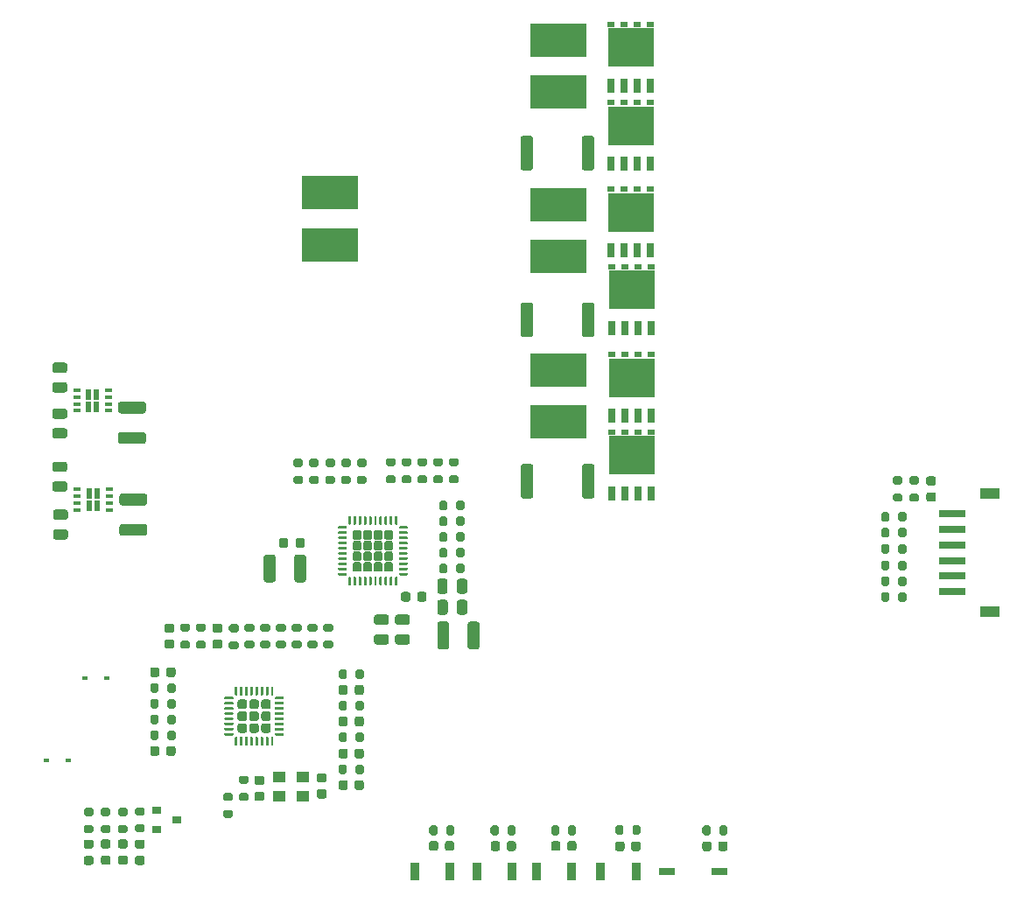
<source format=gbr>
%TF.GenerationSoftware,KiCad,Pcbnew,(5.1.8)-1*%
%TF.CreationDate,2021-03-04T12:58:26-05:00*%
%TF.ProjectId,DRV8353S_dev_board,44525638-3335-4335-935f-6465765f626f,rev?*%
%TF.SameCoordinates,Original*%
%TF.FileFunction,Paste,Top*%
%TF.FilePolarity,Positive*%
%FSLAX46Y46*%
G04 Gerber Fmt 4.6, Leading zero omitted, Abs format (unit mm)*
G04 Created by KiCad (PCBNEW (5.1.8)-1) date 2021-03-04 12:58:26*
%MOMM*%
%LPD*%
G01*
G04 APERTURE LIST*
%ADD10R,5.400000X3.200000*%
%ADD11R,0.600000X0.450000*%
%ADD12R,0.900000X0.800000*%
%ADD13R,0.900000X1.700000*%
%ADD14R,1.600000X0.760000*%
%ADD15R,0.650000X0.350000*%
%ADD16R,0.600000X1.000000*%
%ADD17C,0.100000*%
%ADD18R,1.900000X1.100000*%
%ADD19R,2.500000X0.700000*%
%ADD20R,0.710000X1.320000*%
%ADD21R,0.710000X0.590000*%
%ADD22R,4.520000X3.850000*%
%ADD23R,1.300000X1.100000*%
G04 APERTURE END LIST*
%TO.C,C5*%
G36*
G01*
X57942500Y-89212000D02*
X56992500Y-89212000D01*
G75*
G02*
X56742500Y-88962000I0J250000D01*
G01*
X56742500Y-88462000D01*
G75*
G02*
X56992500Y-88212000I250000J0D01*
G01*
X57942500Y-88212000D01*
G75*
G02*
X58192500Y-88462000I0J-250000D01*
G01*
X58192500Y-88962000D01*
G75*
G02*
X57942500Y-89212000I-250000J0D01*
G01*
G37*
G36*
G01*
X57942500Y-91112000D02*
X56992500Y-91112000D01*
G75*
G02*
X56742500Y-90862000I0J250000D01*
G01*
X56742500Y-90362000D01*
G75*
G02*
X56992500Y-90112000I250000J0D01*
G01*
X57942500Y-90112000D01*
G75*
G02*
X58192500Y-90362000I0J-250000D01*
G01*
X58192500Y-90862000D01*
G75*
G02*
X57942500Y-91112000I-250000J0D01*
G01*
G37*
%TD*%
D10*
%TO.C,C34*%
X83566000Y-67350000D03*
X83566000Y-72350000D03*
%TD*%
%TO.C,C1*%
G36*
G01*
X77021500Y-126193000D02*
X76521500Y-126193000D01*
G75*
G02*
X76296500Y-125968000I0J225000D01*
G01*
X76296500Y-125518000D01*
G75*
G02*
X76521500Y-125293000I225000J0D01*
G01*
X77021500Y-125293000D01*
G75*
G02*
X77246500Y-125518000I0J-225000D01*
G01*
X77246500Y-125968000D01*
G75*
G02*
X77021500Y-126193000I-225000J0D01*
G01*
G37*
G36*
G01*
X77021500Y-124643000D02*
X76521500Y-124643000D01*
G75*
G02*
X76296500Y-124418000I0J225000D01*
G01*
X76296500Y-123968000D01*
G75*
G02*
X76521500Y-123743000I225000J0D01*
G01*
X77021500Y-123743000D01*
G75*
G02*
X77246500Y-123968000I0J-225000D01*
G01*
X77246500Y-124418000D01*
G75*
G02*
X77021500Y-124643000I-225000J0D01*
G01*
G37*
%TD*%
%TO.C,C2*%
G36*
G01*
X56992500Y-95255500D02*
X57942500Y-95255500D01*
G75*
G02*
X58192500Y-95505500I0J-250000D01*
G01*
X58192500Y-96005500D01*
G75*
G02*
X57942500Y-96255500I-250000J0D01*
G01*
X56992500Y-96255500D01*
G75*
G02*
X56742500Y-96005500I0J250000D01*
G01*
X56742500Y-95505500D01*
G75*
G02*
X56992500Y-95255500I250000J0D01*
G01*
G37*
G36*
G01*
X56992500Y-93355500D02*
X57942500Y-93355500D01*
G75*
G02*
X58192500Y-93605500I0J-250000D01*
G01*
X58192500Y-94105500D01*
G75*
G02*
X57942500Y-94355500I-250000J0D01*
G01*
X56992500Y-94355500D01*
G75*
G02*
X56742500Y-94105500I0J250000D01*
G01*
X56742500Y-93605500D01*
G75*
G02*
X56992500Y-93355500I250000J0D01*
G01*
G37*
%TD*%
%TO.C,C3*%
G36*
G01*
X56992500Y-83767000D02*
X57942500Y-83767000D01*
G75*
G02*
X58192500Y-84017000I0J-250000D01*
G01*
X58192500Y-84517000D01*
G75*
G02*
X57942500Y-84767000I-250000J0D01*
G01*
X56992500Y-84767000D01*
G75*
G02*
X56742500Y-84517000I0J250000D01*
G01*
X56742500Y-84017000D01*
G75*
G02*
X56992500Y-83767000I250000J0D01*
G01*
G37*
G36*
G01*
X56992500Y-85667000D02*
X57942500Y-85667000D01*
G75*
G02*
X58192500Y-85917000I0J-250000D01*
G01*
X58192500Y-86417000D01*
G75*
G02*
X57942500Y-86667000I-250000J0D01*
G01*
X56992500Y-86667000D01*
G75*
G02*
X56742500Y-86417000I0J250000D01*
G01*
X56742500Y-85917000D01*
G75*
G02*
X56992500Y-85667000I250000J0D01*
G01*
G37*
%TD*%
%TO.C,C4*%
G36*
G01*
X58006000Y-100891000D02*
X57056000Y-100891000D01*
G75*
G02*
X56806000Y-100641000I0J250000D01*
G01*
X56806000Y-100141000D01*
G75*
G02*
X57056000Y-99891000I250000J0D01*
G01*
X58006000Y-99891000D01*
G75*
G02*
X58256000Y-100141000I0J-250000D01*
G01*
X58256000Y-100641000D01*
G75*
G02*
X58006000Y-100891000I-250000J0D01*
G01*
G37*
G36*
G01*
X58006000Y-98991000D02*
X57056000Y-98991000D01*
G75*
G02*
X56806000Y-98741000I0J250000D01*
G01*
X56806000Y-98241000D01*
G75*
G02*
X57056000Y-97991000I250000J0D01*
G01*
X58006000Y-97991000D01*
G75*
G02*
X58256000Y-98241000I0J-250000D01*
G01*
X58256000Y-98741000D01*
G75*
G02*
X58006000Y-98991000I-250000J0D01*
G01*
G37*
%TD*%
%TO.C,C6*%
G36*
G01*
X82554000Y-125052000D02*
X83054000Y-125052000D01*
G75*
G02*
X83279000Y-125277000I0J-225000D01*
G01*
X83279000Y-125727000D01*
G75*
G02*
X83054000Y-125952000I-225000J0D01*
G01*
X82554000Y-125952000D01*
G75*
G02*
X82329000Y-125727000I0J225000D01*
G01*
X82329000Y-125277000D01*
G75*
G02*
X82554000Y-125052000I225000J0D01*
G01*
G37*
G36*
G01*
X82554000Y-123502000D02*
X83054000Y-123502000D01*
G75*
G02*
X83279000Y-123727000I0J-225000D01*
G01*
X83279000Y-124177000D01*
G75*
G02*
X83054000Y-124402000I-225000J0D01*
G01*
X82554000Y-124402000D01*
G75*
G02*
X82329000Y-124177000I0J225000D01*
G01*
X82329000Y-123727000D01*
G75*
G02*
X82554000Y-123502000I225000J0D01*
G01*
G37*
%TD*%
%TO.C,C7*%
G36*
G01*
X121165800Y-130818700D02*
X121165800Y-130318700D01*
G75*
G02*
X121390800Y-130093700I225000J0D01*
G01*
X121840800Y-130093700D01*
G75*
G02*
X122065800Y-130318700I0J-225000D01*
G01*
X122065800Y-130818700D01*
G75*
G02*
X121840800Y-131043700I-225000J0D01*
G01*
X121390800Y-131043700D01*
G75*
G02*
X121165800Y-130818700I0J225000D01*
G01*
G37*
G36*
G01*
X119615800Y-130818700D02*
X119615800Y-130318700D01*
G75*
G02*
X119840800Y-130093700I225000J0D01*
G01*
X120290800Y-130093700D01*
G75*
G02*
X120515800Y-130318700I0J-225000D01*
G01*
X120515800Y-130818700D01*
G75*
G02*
X120290800Y-131043700I-225000J0D01*
G01*
X119840800Y-131043700D01*
G75*
G02*
X119615800Y-130818700I0J225000D01*
G01*
G37*
%TD*%
%TO.C,C8*%
G36*
G01*
X111195400Y-130818700D02*
X111195400Y-130318700D01*
G75*
G02*
X111420400Y-130093700I225000J0D01*
G01*
X111870400Y-130093700D01*
G75*
G02*
X112095400Y-130318700I0J-225000D01*
G01*
X112095400Y-130818700D01*
G75*
G02*
X111870400Y-131043700I-225000J0D01*
G01*
X111420400Y-131043700D01*
G75*
G02*
X111195400Y-130818700I0J225000D01*
G01*
G37*
G36*
G01*
X112745400Y-130818700D02*
X112745400Y-130318700D01*
G75*
G02*
X112970400Y-130093700I225000J0D01*
G01*
X113420400Y-130093700D01*
G75*
G02*
X113645400Y-130318700I0J-225000D01*
G01*
X113645400Y-130818700D01*
G75*
G02*
X113420400Y-131043700I-225000J0D01*
G01*
X112970400Y-131043700D01*
G75*
G02*
X112745400Y-130818700I0J225000D01*
G01*
G37*
%TD*%
%TO.C,C9*%
G36*
G01*
X106548100Y-130793300D02*
X106548100Y-130293300D01*
G75*
G02*
X106773100Y-130068300I225000J0D01*
G01*
X107223100Y-130068300D01*
G75*
G02*
X107448100Y-130293300I0J-225000D01*
G01*
X107448100Y-130793300D01*
G75*
G02*
X107223100Y-131018300I-225000J0D01*
G01*
X106773100Y-131018300D01*
G75*
G02*
X106548100Y-130793300I0J225000D01*
G01*
G37*
G36*
G01*
X104998100Y-130793300D02*
X104998100Y-130293300D01*
G75*
G02*
X105223100Y-130068300I225000J0D01*
G01*
X105673100Y-130068300D01*
G75*
G02*
X105898100Y-130293300I0J-225000D01*
G01*
X105898100Y-130793300D01*
G75*
G02*
X105673100Y-131018300I-225000J0D01*
G01*
X105223100Y-131018300D01*
G75*
G02*
X104998100Y-130793300I0J225000D01*
G01*
G37*
%TD*%
%TO.C,C10*%
G36*
G01*
X99155500Y-130806000D02*
X99155500Y-130306000D01*
G75*
G02*
X99380500Y-130081000I225000J0D01*
G01*
X99830500Y-130081000D01*
G75*
G02*
X100055500Y-130306000I0J-225000D01*
G01*
X100055500Y-130806000D01*
G75*
G02*
X99830500Y-131031000I-225000J0D01*
G01*
X99380500Y-131031000D01*
G75*
G02*
X99155500Y-130806000I0J225000D01*
G01*
G37*
G36*
G01*
X100705500Y-130806000D02*
X100705500Y-130306000D01*
G75*
G02*
X100930500Y-130081000I225000J0D01*
G01*
X101380500Y-130081000D01*
G75*
G02*
X101605500Y-130306000I0J-225000D01*
G01*
X101605500Y-130806000D01*
G75*
G02*
X101380500Y-131031000I-225000J0D01*
G01*
X100930500Y-131031000D01*
G75*
G02*
X100705500Y-130806000I0J225000D01*
G01*
G37*
%TD*%
%TO.C,C11*%
G36*
G01*
X94724100Y-130793300D02*
X94724100Y-130293300D01*
G75*
G02*
X94949100Y-130068300I225000J0D01*
G01*
X95399100Y-130068300D01*
G75*
G02*
X95624100Y-130293300I0J-225000D01*
G01*
X95624100Y-130793300D01*
G75*
G02*
X95399100Y-131018300I-225000J0D01*
G01*
X94949100Y-131018300D01*
G75*
G02*
X94724100Y-130793300I0J225000D01*
G01*
G37*
G36*
G01*
X93174100Y-130793300D02*
X93174100Y-130293300D01*
G75*
G02*
X93399100Y-130068300I225000J0D01*
G01*
X93849100Y-130068300D01*
G75*
G02*
X94074100Y-130293300I0J-225000D01*
G01*
X94074100Y-130793300D01*
G75*
G02*
X93849100Y-131018300I-225000J0D01*
G01*
X93399100Y-131018300D01*
G75*
G02*
X93174100Y-130793300I0J225000D01*
G01*
G37*
%TD*%
%TO.C,C12*%
G36*
G01*
X63479499Y-99388500D02*
X65679501Y-99388500D01*
G75*
G02*
X65929500Y-99638499I0J-249999D01*
G01*
X65929500Y-100288501D01*
G75*
G02*
X65679501Y-100538500I-249999J0D01*
G01*
X63479499Y-100538500D01*
G75*
G02*
X63229500Y-100288501I0J249999D01*
G01*
X63229500Y-99638499D01*
G75*
G02*
X63479499Y-99388500I249999J0D01*
G01*
G37*
G36*
G01*
X63479499Y-96438500D02*
X65679501Y-96438500D01*
G75*
G02*
X65929500Y-96688499I0J-249999D01*
G01*
X65929500Y-97338501D01*
G75*
G02*
X65679501Y-97588500I-249999J0D01*
G01*
X63479499Y-97588500D01*
G75*
G02*
X63229500Y-97338501I0J249999D01*
G01*
X63229500Y-96688499D01*
G75*
G02*
X63479499Y-96438500I249999J0D01*
G01*
G37*
%TD*%
%TO.C,C13*%
G36*
G01*
X63352499Y-87548500D02*
X65552501Y-87548500D01*
G75*
G02*
X65802500Y-87798499I0J-249999D01*
G01*
X65802500Y-88448501D01*
G75*
G02*
X65552501Y-88698500I-249999J0D01*
G01*
X63352499Y-88698500D01*
G75*
G02*
X63102500Y-88448501I0J249999D01*
G01*
X63102500Y-87798499D01*
G75*
G02*
X63352499Y-87548500I249999J0D01*
G01*
G37*
G36*
G01*
X63352499Y-90498500D02*
X65552501Y-90498500D01*
G75*
G02*
X65802500Y-90748499I0J-249999D01*
G01*
X65802500Y-91398501D01*
G75*
G02*
X65552501Y-91648500I-249999J0D01*
G01*
X63352499Y-91648500D01*
G75*
G02*
X63102500Y-91398501I0J249999D01*
G01*
X63102500Y-90748499D01*
G75*
G02*
X63352499Y-90498500I249999J0D01*
G01*
G37*
%TD*%
%TO.C,C17*%
G36*
G01*
X85986500Y-124900500D02*
X85986500Y-124400500D01*
G75*
G02*
X86211500Y-124175500I225000J0D01*
G01*
X86661500Y-124175500D01*
G75*
G02*
X86886500Y-124400500I0J-225000D01*
G01*
X86886500Y-124900500D01*
G75*
G02*
X86661500Y-125125500I-225000J0D01*
G01*
X86211500Y-125125500D01*
G75*
G02*
X85986500Y-124900500I0J225000D01*
G01*
G37*
G36*
G01*
X84436500Y-124900500D02*
X84436500Y-124400500D01*
G75*
G02*
X84661500Y-124175500I225000J0D01*
G01*
X85111500Y-124175500D01*
G75*
G02*
X85336500Y-124400500I0J-225000D01*
G01*
X85336500Y-124900500D01*
G75*
G02*
X85111500Y-125125500I-225000J0D01*
G01*
X84661500Y-125125500D01*
G75*
G02*
X84436500Y-124900500I0J225000D01*
G01*
G37*
%TD*%
%TO.C,C18*%
G36*
G01*
X84436500Y-121852500D02*
X84436500Y-121352500D01*
G75*
G02*
X84661500Y-121127500I225000J0D01*
G01*
X85111500Y-121127500D01*
G75*
G02*
X85336500Y-121352500I0J-225000D01*
G01*
X85336500Y-121852500D01*
G75*
G02*
X85111500Y-122077500I-225000J0D01*
G01*
X84661500Y-122077500D01*
G75*
G02*
X84436500Y-121852500I0J225000D01*
G01*
G37*
G36*
G01*
X85986500Y-121852500D02*
X85986500Y-121352500D01*
G75*
G02*
X86211500Y-121127500I225000J0D01*
G01*
X86661500Y-121127500D01*
G75*
G02*
X86886500Y-121352500I0J-225000D01*
G01*
X86886500Y-121852500D01*
G75*
G02*
X86661500Y-122077500I-225000J0D01*
G01*
X86211500Y-122077500D01*
G75*
G02*
X85986500Y-121852500I0J225000D01*
G01*
G37*
%TD*%
%TO.C,C19*%
G36*
G01*
X72957500Y-111461000D02*
X72457500Y-111461000D01*
G75*
G02*
X72232500Y-111236000I0J225000D01*
G01*
X72232500Y-110786000D01*
G75*
G02*
X72457500Y-110561000I225000J0D01*
G01*
X72957500Y-110561000D01*
G75*
G02*
X73182500Y-110786000I0J-225000D01*
G01*
X73182500Y-111236000D01*
G75*
G02*
X72957500Y-111461000I-225000J0D01*
G01*
G37*
G36*
G01*
X72957500Y-109911000D02*
X72457500Y-109911000D01*
G75*
G02*
X72232500Y-109686000I0J225000D01*
G01*
X72232500Y-109236000D01*
G75*
G02*
X72457500Y-109011000I225000J0D01*
G01*
X72957500Y-109011000D01*
G75*
G02*
X73182500Y-109236000I0J-225000D01*
G01*
X73182500Y-109686000D01*
G75*
G02*
X72957500Y-109911000I-225000J0D01*
G01*
G37*
%TD*%
%TO.C,C20*%
G36*
G01*
X85986500Y-118741000D02*
X85986500Y-118241000D01*
G75*
G02*
X86211500Y-118016000I225000J0D01*
G01*
X86661500Y-118016000D01*
G75*
G02*
X86886500Y-118241000I0J-225000D01*
G01*
X86886500Y-118741000D01*
G75*
G02*
X86661500Y-118966000I-225000J0D01*
G01*
X86211500Y-118966000D01*
G75*
G02*
X85986500Y-118741000I0J225000D01*
G01*
G37*
G36*
G01*
X84436500Y-118741000D02*
X84436500Y-118241000D01*
G75*
G02*
X84661500Y-118016000I225000J0D01*
G01*
X85111500Y-118016000D01*
G75*
G02*
X85336500Y-118241000I0J-225000D01*
G01*
X85336500Y-118741000D01*
G75*
G02*
X85111500Y-118966000I-225000J0D01*
G01*
X84661500Y-118966000D01*
G75*
G02*
X84436500Y-118741000I0J225000D01*
G01*
G37*
%TD*%
%TO.C,C21*%
G36*
G01*
X68322000Y-109911000D02*
X67822000Y-109911000D01*
G75*
G02*
X67597000Y-109686000I0J225000D01*
G01*
X67597000Y-109236000D01*
G75*
G02*
X67822000Y-109011000I225000J0D01*
G01*
X68322000Y-109011000D01*
G75*
G02*
X68547000Y-109236000I0J-225000D01*
G01*
X68547000Y-109686000D01*
G75*
G02*
X68322000Y-109911000I-225000J0D01*
G01*
G37*
G36*
G01*
X68322000Y-111461000D02*
X67822000Y-111461000D01*
G75*
G02*
X67597000Y-111236000I0J225000D01*
G01*
X67597000Y-110786000D01*
G75*
G02*
X67822000Y-110561000I225000J0D01*
G01*
X68322000Y-110561000D01*
G75*
G02*
X68547000Y-110786000I0J-225000D01*
G01*
X68547000Y-111236000D01*
G75*
G02*
X68322000Y-111461000I-225000J0D01*
G01*
G37*
%TD*%
%TO.C,C22*%
G36*
G01*
X68662000Y-121098500D02*
X68662000Y-121598500D01*
G75*
G02*
X68437000Y-121823500I-225000J0D01*
G01*
X67987000Y-121823500D01*
G75*
G02*
X67762000Y-121598500I0J225000D01*
G01*
X67762000Y-121098500D01*
G75*
G02*
X67987000Y-120873500I225000J0D01*
G01*
X68437000Y-120873500D01*
G75*
G02*
X68662000Y-121098500I0J-225000D01*
G01*
G37*
G36*
G01*
X67112000Y-121098500D02*
X67112000Y-121598500D01*
G75*
G02*
X66887000Y-121823500I-225000J0D01*
G01*
X66437000Y-121823500D01*
G75*
G02*
X66212000Y-121598500I0J225000D01*
G01*
X66212000Y-121098500D01*
G75*
G02*
X66437000Y-120873500I225000J0D01*
G01*
X66887000Y-120873500D01*
G75*
G02*
X67112000Y-121098500I0J-225000D01*
G01*
G37*
%TD*%
%TO.C,C23*%
G36*
G01*
X67112000Y-113478500D02*
X67112000Y-113978500D01*
G75*
G02*
X66887000Y-114203500I-225000J0D01*
G01*
X66437000Y-114203500D01*
G75*
G02*
X66212000Y-113978500I0J225000D01*
G01*
X66212000Y-113478500D01*
G75*
G02*
X66437000Y-113253500I225000J0D01*
G01*
X66887000Y-113253500D01*
G75*
G02*
X67112000Y-113478500I0J-225000D01*
G01*
G37*
G36*
G01*
X68662000Y-113478500D02*
X68662000Y-113978500D01*
G75*
G02*
X68437000Y-114203500I-225000J0D01*
G01*
X67987000Y-114203500D01*
G75*
G02*
X67762000Y-113978500I0J225000D01*
G01*
X67762000Y-113478500D01*
G75*
G02*
X67987000Y-113253500I225000J0D01*
G01*
X68437000Y-113253500D01*
G75*
G02*
X68662000Y-113478500I0J-225000D01*
G01*
G37*
%TD*%
%TO.C,C24*%
G36*
G01*
X98076500Y-109072499D02*
X98076500Y-111272501D01*
G75*
G02*
X97826501Y-111522500I-249999J0D01*
G01*
X97176499Y-111522500D01*
G75*
G02*
X96926500Y-111272501I0J249999D01*
G01*
X96926500Y-109072499D01*
G75*
G02*
X97176499Y-108822500I249999J0D01*
G01*
X97826501Y-108822500D01*
G75*
G02*
X98076500Y-109072499I0J-249999D01*
G01*
G37*
G36*
G01*
X95126500Y-109072499D02*
X95126500Y-111272501D01*
G75*
G02*
X94876501Y-111522500I-249999J0D01*
G01*
X94226499Y-111522500D01*
G75*
G02*
X93976500Y-111272501I0J249999D01*
G01*
X93976500Y-109072499D01*
G75*
G02*
X94226499Y-108822500I249999J0D01*
G01*
X94876501Y-108822500D01*
G75*
G02*
X95126500Y-109072499I0J-249999D01*
G01*
G37*
%TD*%
%TO.C,C25*%
G36*
G01*
X95890500Y-107917000D02*
X95890500Y-106967000D01*
G75*
G02*
X96140500Y-106717000I250000J0D01*
G01*
X96640500Y-106717000D01*
G75*
G02*
X96890500Y-106967000I0J-250000D01*
G01*
X96890500Y-107917000D01*
G75*
G02*
X96640500Y-108167000I-250000J0D01*
G01*
X96140500Y-108167000D01*
G75*
G02*
X95890500Y-107917000I0J250000D01*
G01*
G37*
G36*
G01*
X93990500Y-107917000D02*
X93990500Y-106967000D01*
G75*
G02*
X94240500Y-106717000I250000J0D01*
G01*
X94740500Y-106717000D01*
G75*
G02*
X94990500Y-106967000I0J-250000D01*
G01*
X94990500Y-107917000D01*
G75*
G02*
X94740500Y-108167000I-250000J0D01*
G01*
X94240500Y-108167000D01*
G75*
G02*
X93990500Y-107917000I0J250000D01*
G01*
G37*
%TD*%
%TO.C,C26*%
G36*
G01*
X88107500Y-108151000D02*
X89057500Y-108151000D01*
G75*
G02*
X89307500Y-108401000I0J-250000D01*
G01*
X89307500Y-108901000D01*
G75*
G02*
X89057500Y-109151000I-250000J0D01*
G01*
X88107500Y-109151000D01*
G75*
G02*
X87857500Y-108901000I0J250000D01*
G01*
X87857500Y-108401000D01*
G75*
G02*
X88107500Y-108151000I250000J0D01*
G01*
G37*
G36*
G01*
X88107500Y-110051000D02*
X89057500Y-110051000D01*
G75*
G02*
X89307500Y-110301000I0J-250000D01*
G01*
X89307500Y-110801000D01*
G75*
G02*
X89057500Y-111051000I-250000J0D01*
G01*
X88107500Y-111051000D01*
G75*
G02*
X87857500Y-110801000I0J250000D01*
G01*
X87857500Y-110301000D01*
G75*
G02*
X88107500Y-110051000I250000J0D01*
G01*
G37*
%TD*%
%TO.C,C27*%
G36*
G01*
X78348000Y-102595499D02*
X78348000Y-104795501D01*
G75*
G02*
X78098001Y-105045500I-249999J0D01*
G01*
X77447999Y-105045500D01*
G75*
G02*
X77198000Y-104795501I0J249999D01*
G01*
X77198000Y-102595499D01*
G75*
G02*
X77447999Y-102345500I249999J0D01*
G01*
X78098001Y-102345500D01*
G75*
G02*
X78348000Y-102595499I0J-249999D01*
G01*
G37*
G36*
G01*
X81298000Y-102595499D02*
X81298000Y-104795501D01*
G75*
G02*
X81048001Y-105045500I-249999J0D01*
G01*
X80397999Y-105045500D01*
G75*
G02*
X80148000Y-104795501I0J249999D01*
G01*
X80148000Y-102595499D01*
G75*
G02*
X80397999Y-102345500I249999J0D01*
G01*
X81048001Y-102345500D01*
G75*
G02*
X81298000Y-102595499I0J-249999D01*
G01*
G37*
%TD*%
%TO.C,C28*%
G36*
G01*
X90139500Y-110051000D02*
X91089500Y-110051000D01*
G75*
G02*
X91339500Y-110301000I0J-250000D01*
G01*
X91339500Y-110801000D01*
G75*
G02*
X91089500Y-111051000I-250000J0D01*
G01*
X90139500Y-111051000D01*
G75*
G02*
X89889500Y-110801000I0J250000D01*
G01*
X89889500Y-110301000D01*
G75*
G02*
X90139500Y-110051000I250000J0D01*
G01*
G37*
G36*
G01*
X90139500Y-108151000D02*
X91089500Y-108151000D01*
G75*
G02*
X91339500Y-108401000I0J-250000D01*
G01*
X91339500Y-108901000D01*
G75*
G02*
X91089500Y-109151000I-250000J0D01*
G01*
X90139500Y-109151000D01*
G75*
G02*
X89889500Y-108901000I0J250000D01*
G01*
X89889500Y-108401000D01*
G75*
G02*
X90139500Y-108151000I250000J0D01*
G01*
G37*
%TD*%
%TO.C,C31*%
G36*
G01*
X96888000Y-104935000D02*
X96888000Y-105885000D01*
G75*
G02*
X96638000Y-106135000I-250000J0D01*
G01*
X96138000Y-106135000D01*
G75*
G02*
X95888000Y-105885000I0J250000D01*
G01*
X95888000Y-104935000D01*
G75*
G02*
X96138000Y-104685000I250000J0D01*
G01*
X96638000Y-104685000D01*
G75*
G02*
X96888000Y-104935000I0J-250000D01*
G01*
G37*
G36*
G01*
X94988000Y-104935000D02*
X94988000Y-105885000D01*
G75*
G02*
X94738000Y-106135000I-250000J0D01*
G01*
X94238000Y-106135000D01*
G75*
G02*
X93988000Y-105885000I0J250000D01*
G01*
X93988000Y-104935000D01*
G75*
G02*
X94238000Y-104685000I250000J0D01*
G01*
X94738000Y-104685000D01*
G75*
G02*
X94988000Y-104935000I0J-250000D01*
G01*
G37*
%TD*%
%TO.C,C32*%
G36*
G01*
X92932000Y-106176000D02*
X92932000Y-106676000D01*
G75*
G02*
X92707000Y-106901000I-225000J0D01*
G01*
X92257000Y-106901000D01*
G75*
G02*
X92032000Y-106676000I0J225000D01*
G01*
X92032000Y-106176000D01*
G75*
G02*
X92257000Y-105951000I225000J0D01*
G01*
X92707000Y-105951000D01*
G75*
G02*
X92932000Y-106176000I0J-225000D01*
G01*
G37*
G36*
G01*
X91382000Y-106176000D02*
X91382000Y-106676000D01*
G75*
G02*
X91157000Y-106901000I-225000J0D01*
G01*
X90707000Y-106901000D01*
G75*
G02*
X90482000Y-106676000I0J225000D01*
G01*
X90482000Y-106176000D01*
G75*
G02*
X90707000Y-105951000I225000J0D01*
G01*
X91157000Y-105951000D01*
G75*
G02*
X91382000Y-106176000I0J-225000D01*
G01*
G37*
%TD*%
%TO.C,L1*%
G36*
G01*
X60517750Y-132378000D02*
X60005250Y-132378000D01*
G75*
G02*
X59786500Y-132159250I0J218750D01*
G01*
X59786500Y-131721750D01*
G75*
G02*
X60005250Y-131503000I218750J0D01*
G01*
X60517750Y-131503000D01*
G75*
G02*
X60736500Y-131721750I0J-218750D01*
G01*
X60736500Y-132159250D01*
G75*
G02*
X60517750Y-132378000I-218750J0D01*
G01*
G37*
G36*
G01*
X60517750Y-130803000D02*
X60005250Y-130803000D01*
G75*
G02*
X59786500Y-130584250I0J218750D01*
G01*
X59786500Y-130146750D01*
G75*
G02*
X60005250Y-129928000I218750J0D01*
G01*
X60517750Y-129928000D01*
G75*
G02*
X60736500Y-130146750I0J-218750D01*
G01*
X60736500Y-130584250D01*
G75*
G02*
X60517750Y-130803000I-218750J0D01*
G01*
G37*
%TD*%
%TO.C,L2*%
G36*
G01*
X62168750Y-130777500D02*
X61656250Y-130777500D01*
G75*
G02*
X61437500Y-130558750I0J218750D01*
G01*
X61437500Y-130121250D01*
G75*
G02*
X61656250Y-129902500I218750J0D01*
G01*
X62168750Y-129902500D01*
G75*
G02*
X62387500Y-130121250I0J-218750D01*
G01*
X62387500Y-130558750D01*
G75*
G02*
X62168750Y-130777500I-218750J0D01*
G01*
G37*
G36*
G01*
X62168750Y-132352500D02*
X61656250Y-132352500D01*
G75*
G02*
X61437500Y-132133750I0J218750D01*
G01*
X61437500Y-131696250D01*
G75*
G02*
X61656250Y-131477500I218750J0D01*
G01*
X62168750Y-131477500D01*
G75*
G02*
X62387500Y-131696250I0J-218750D01*
G01*
X62387500Y-132133750D01*
G75*
G02*
X62168750Y-132352500I-218750J0D01*
G01*
G37*
%TD*%
%TO.C,L3*%
G36*
G01*
X63819750Y-130777500D02*
X63307250Y-130777500D01*
G75*
G02*
X63088500Y-130558750I0J218750D01*
G01*
X63088500Y-130121250D01*
G75*
G02*
X63307250Y-129902500I218750J0D01*
G01*
X63819750Y-129902500D01*
G75*
G02*
X64038500Y-130121250I0J-218750D01*
G01*
X64038500Y-130558750D01*
G75*
G02*
X63819750Y-130777500I-218750J0D01*
G01*
G37*
G36*
G01*
X63819750Y-132352500D02*
X63307250Y-132352500D01*
G75*
G02*
X63088500Y-132133750I0J218750D01*
G01*
X63088500Y-131696250D01*
G75*
G02*
X63307250Y-131477500I218750J0D01*
G01*
X63819750Y-131477500D01*
G75*
G02*
X64038500Y-131696250I0J-218750D01*
G01*
X64038500Y-132133750D01*
G75*
G02*
X63819750Y-132352500I-218750J0D01*
G01*
G37*
%TD*%
D11*
%TO.C,D4*%
X56163500Y-122237500D03*
X58263500Y-122237500D03*
%TD*%
%TO.C,D5*%
X62010000Y-114300000D03*
X59910000Y-114300000D03*
%TD*%
%TO.C,L4*%
G36*
G01*
X65470750Y-132378000D02*
X64958250Y-132378000D01*
G75*
G02*
X64739500Y-132159250I0J218750D01*
G01*
X64739500Y-131721750D01*
G75*
G02*
X64958250Y-131503000I218750J0D01*
G01*
X65470750Y-131503000D01*
G75*
G02*
X65689500Y-131721750I0J-218750D01*
G01*
X65689500Y-132159250D01*
G75*
G02*
X65470750Y-132378000I-218750J0D01*
G01*
G37*
G36*
G01*
X65470750Y-130803000D02*
X64958250Y-130803000D01*
G75*
G02*
X64739500Y-130584250I0J218750D01*
G01*
X64739500Y-130146750D01*
G75*
G02*
X64958250Y-129928000I218750J0D01*
G01*
X65470750Y-129928000D01*
G75*
G02*
X65689500Y-130146750I0J-218750D01*
G01*
X65689500Y-130584250D01*
G75*
G02*
X65470750Y-130803000I-218750J0D01*
G01*
G37*
%TD*%
%TO.C,FB1*%
G36*
G01*
X81146000Y-100962750D02*
X81146000Y-101475250D01*
G75*
G02*
X80927250Y-101694000I-218750J0D01*
G01*
X80489750Y-101694000D01*
G75*
G02*
X80271000Y-101475250I0J218750D01*
G01*
X80271000Y-100962750D01*
G75*
G02*
X80489750Y-100744000I218750J0D01*
G01*
X80927250Y-100744000D01*
G75*
G02*
X81146000Y-100962750I0J-218750D01*
G01*
G37*
G36*
G01*
X79571000Y-100962750D02*
X79571000Y-101475250D01*
G75*
G02*
X79352250Y-101694000I-218750J0D01*
G01*
X78914750Y-101694000D01*
G75*
G02*
X78696000Y-101475250I0J218750D01*
G01*
X78696000Y-100962750D01*
G75*
G02*
X78914750Y-100744000I218750J0D01*
G01*
X79352250Y-100744000D01*
G75*
G02*
X79571000Y-100962750I0J-218750D01*
G01*
G37*
%TD*%
D12*
%TO.C,Q1*%
X66818000Y-127066000D03*
X66818000Y-128966000D03*
X68818000Y-128016000D03*
%TD*%
%TO.C,R6*%
G36*
G01*
X60536500Y-127654000D02*
X59986500Y-127654000D01*
G75*
G02*
X59786500Y-127454000I0J200000D01*
G01*
X59786500Y-127054000D01*
G75*
G02*
X59986500Y-126854000I200000J0D01*
G01*
X60536500Y-126854000D01*
G75*
G02*
X60736500Y-127054000I0J-200000D01*
G01*
X60736500Y-127454000D01*
G75*
G02*
X60536500Y-127654000I-200000J0D01*
G01*
G37*
G36*
G01*
X60536500Y-129304000D02*
X59986500Y-129304000D01*
G75*
G02*
X59786500Y-129104000I0J200000D01*
G01*
X59786500Y-128704000D01*
G75*
G02*
X59986500Y-128504000I200000J0D01*
G01*
X60536500Y-128504000D01*
G75*
G02*
X60736500Y-128704000I0J-200000D01*
G01*
X60736500Y-129104000D01*
G75*
G02*
X60536500Y-129304000I-200000J0D01*
G01*
G37*
%TD*%
%TO.C,R7*%
G36*
G01*
X62187500Y-127655000D02*
X61637500Y-127655000D01*
G75*
G02*
X61437500Y-127455000I0J200000D01*
G01*
X61437500Y-127055000D01*
G75*
G02*
X61637500Y-126855000I200000J0D01*
G01*
X62187500Y-126855000D01*
G75*
G02*
X62387500Y-127055000I0J-200000D01*
G01*
X62387500Y-127455000D01*
G75*
G02*
X62187500Y-127655000I-200000J0D01*
G01*
G37*
G36*
G01*
X62187500Y-129305000D02*
X61637500Y-129305000D01*
G75*
G02*
X61437500Y-129105000I0J200000D01*
G01*
X61437500Y-128705000D01*
G75*
G02*
X61637500Y-128505000I200000J0D01*
G01*
X62187500Y-128505000D01*
G75*
G02*
X62387500Y-128705000I0J-200000D01*
G01*
X62387500Y-129105000D01*
G75*
G02*
X62187500Y-129305000I-200000J0D01*
G01*
G37*
%TD*%
%TO.C,R8*%
G36*
G01*
X63838500Y-127654500D02*
X63288500Y-127654500D01*
G75*
G02*
X63088500Y-127454500I0J200000D01*
G01*
X63088500Y-127054500D01*
G75*
G02*
X63288500Y-126854500I200000J0D01*
G01*
X63838500Y-126854500D01*
G75*
G02*
X64038500Y-127054500I0J-200000D01*
G01*
X64038500Y-127454500D01*
G75*
G02*
X63838500Y-127654500I-200000J0D01*
G01*
G37*
G36*
G01*
X63838500Y-129304500D02*
X63288500Y-129304500D01*
G75*
G02*
X63088500Y-129104500I0J200000D01*
G01*
X63088500Y-128704500D01*
G75*
G02*
X63288500Y-128504500I200000J0D01*
G01*
X63838500Y-128504500D01*
G75*
G02*
X64038500Y-128704500I0J-200000D01*
G01*
X64038500Y-129104500D01*
G75*
G02*
X63838500Y-129304500I-200000J0D01*
G01*
G37*
%TD*%
%TO.C,R9*%
G36*
G01*
X139370000Y-98429500D02*
X139370000Y-98979500D01*
G75*
G02*
X139170000Y-99179500I-200000J0D01*
G01*
X138770000Y-99179500D01*
G75*
G02*
X138570000Y-98979500I0J200000D01*
G01*
X138570000Y-98429500D01*
G75*
G02*
X138770000Y-98229500I200000J0D01*
G01*
X139170000Y-98229500D01*
G75*
G02*
X139370000Y-98429500I0J-200000D01*
G01*
G37*
G36*
G01*
X137720000Y-98429500D02*
X137720000Y-98979500D01*
G75*
G02*
X137520000Y-99179500I-200000J0D01*
G01*
X137120000Y-99179500D01*
G75*
G02*
X136920000Y-98979500I0J200000D01*
G01*
X136920000Y-98429500D01*
G75*
G02*
X137120000Y-98229500I200000J0D01*
G01*
X137520000Y-98229500D01*
G75*
G02*
X137720000Y-98429500I0J-200000D01*
G01*
G37*
%TD*%
%TO.C,R10*%
G36*
G01*
X139370000Y-101527500D02*
X139370000Y-102077500D01*
G75*
G02*
X139170000Y-102277500I-200000J0D01*
G01*
X138770000Y-102277500D01*
G75*
G02*
X138570000Y-102077500I0J200000D01*
G01*
X138570000Y-101527500D01*
G75*
G02*
X138770000Y-101327500I200000J0D01*
G01*
X139170000Y-101327500D01*
G75*
G02*
X139370000Y-101527500I0J-200000D01*
G01*
G37*
G36*
G01*
X137720000Y-101527500D02*
X137720000Y-102077500D01*
G75*
G02*
X137520000Y-102277500I-200000J0D01*
G01*
X137120000Y-102277500D01*
G75*
G02*
X136920000Y-102077500I0J200000D01*
G01*
X136920000Y-101527500D01*
G75*
G02*
X137120000Y-101327500I200000J0D01*
G01*
X137520000Y-101327500D01*
G75*
G02*
X137720000Y-101527500I0J-200000D01*
G01*
G37*
%TD*%
%TO.C,R11*%
G36*
G01*
X82190000Y-109811500D02*
X81640000Y-109811500D01*
G75*
G02*
X81440000Y-109611500I0J200000D01*
G01*
X81440000Y-109211500D01*
G75*
G02*
X81640000Y-109011500I200000J0D01*
G01*
X82190000Y-109011500D01*
G75*
G02*
X82390000Y-109211500I0J-200000D01*
G01*
X82390000Y-109611500D01*
G75*
G02*
X82190000Y-109811500I-200000J0D01*
G01*
G37*
G36*
G01*
X82190000Y-111461500D02*
X81640000Y-111461500D01*
G75*
G02*
X81440000Y-111261500I0J200000D01*
G01*
X81440000Y-110861500D01*
G75*
G02*
X81640000Y-110661500I200000J0D01*
G01*
X82190000Y-110661500D01*
G75*
G02*
X82390000Y-110861500I0J-200000D01*
G01*
X82390000Y-111261500D01*
G75*
G02*
X82190000Y-111461500I-200000J0D01*
G01*
G37*
%TD*%
%TO.C,R12*%
G36*
G01*
X80666000Y-111460500D02*
X80116000Y-111460500D01*
G75*
G02*
X79916000Y-111260500I0J200000D01*
G01*
X79916000Y-110860500D01*
G75*
G02*
X80116000Y-110660500I200000J0D01*
G01*
X80666000Y-110660500D01*
G75*
G02*
X80866000Y-110860500I0J-200000D01*
G01*
X80866000Y-111260500D01*
G75*
G02*
X80666000Y-111460500I-200000J0D01*
G01*
G37*
G36*
G01*
X80666000Y-109810500D02*
X80116000Y-109810500D01*
G75*
G02*
X79916000Y-109610500I0J200000D01*
G01*
X79916000Y-109210500D01*
G75*
G02*
X80116000Y-109010500I200000J0D01*
G01*
X80666000Y-109010500D01*
G75*
G02*
X80866000Y-109210500I0J-200000D01*
G01*
X80866000Y-109610500D01*
G75*
G02*
X80666000Y-109810500I-200000J0D01*
G01*
G37*
%TD*%
%TO.C,R13*%
G36*
G01*
X77618000Y-109811000D02*
X77068000Y-109811000D01*
G75*
G02*
X76868000Y-109611000I0J200000D01*
G01*
X76868000Y-109211000D01*
G75*
G02*
X77068000Y-109011000I200000J0D01*
G01*
X77618000Y-109011000D01*
G75*
G02*
X77818000Y-109211000I0J-200000D01*
G01*
X77818000Y-109611000D01*
G75*
G02*
X77618000Y-109811000I-200000J0D01*
G01*
G37*
G36*
G01*
X77618000Y-111461000D02*
X77068000Y-111461000D01*
G75*
G02*
X76868000Y-111261000I0J200000D01*
G01*
X76868000Y-110861000D01*
G75*
G02*
X77068000Y-110661000I200000J0D01*
G01*
X77618000Y-110661000D01*
G75*
G02*
X77818000Y-110861000I0J-200000D01*
G01*
X77818000Y-111261000D01*
G75*
G02*
X77618000Y-111461000I-200000J0D01*
G01*
G37*
%TD*%
%TO.C,R14*%
G36*
G01*
X83714000Y-111461000D02*
X83164000Y-111461000D01*
G75*
G02*
X82964000Y-111261000I0J200000D01*
G01*
X82964000Y-110861000D01*
G75*
G02*
X83164000Y-110661000I200000J0D01*
G01*
X83714000Y-110661000D01*
G75*
G02*
X83914000Y-110861000I0J-200000D01*
G01*
X83914000Y-111261000D01*
G75*
G02*
X83714000Y-111461000I-200000J0D01*
G01*
G37*
G36*
G01*
X83714000Y-109811000D02*
X83164000Y-109811000D01*
G75*
G02*
X82964000Y-109611000I0J200000D01*
G01*
X82964000Y-109211000D01*
G75*
G02*
X83164000Y-109011000I200000J0D01*
G01*
X83714000Y-109011000D01*
G75*
G02*
X83914000Y-109211000I0J-200000D01*
G01*
X83914000Y-109611000D01*
G75*
G02*
X83714000Y-109811000I-200000J0D01*
G01*
G37*
%TD*%
%TO.C,R15*%
G36*
G01*
X74972500Y-123743000D02*
X75522500Y-123743000D01*
G75*
G02*
X75722500Y-123943000I0J-200000D01*
G01*
X75722500Y-124343000D01*
G75*
G02*
X75522500Y-124543000I-200000J0D01*
G01*
X74972500Y-124543000D01*
G75*
G02*
X74772500Y-124343000I0J200000D01*
G01*
X74772500Y-123943000D01*
G75*
G02*
X74972500Y-123743000I200000J0D01*
G01*
G37*
G36*
G01*
X74972500Y-125393000D02*
X75522500Y-125393000D01*
G75*
G02*
X75722500Y-125593000I0J-200000D01*
G01*
X75722500Y-125993000D01*
G75*
G02*
X75522500Y-126193000I-200000J0D01*
G01*
X74972500Y-126193000D01*
G75*
G02*
X74772500Y-125993000I0J200000D01*
G01*
X74772500Y-125593000D01*
G75*
G02*
X74972500Y-125393000I200000J0D01*
G01*
G37*
%TD*%
%TO.C,R16*%
G36*
G01*
X68661500Y-116501500D02*
X68661500Y-117051500D01*
G75*
G02*
X68461500Y-117251500I-200000J0D01*
G01*
X68061500Y-117251500D01*
G75*
G02*
X67861500Y-117051500I0J200000D01*
G01*
X67861500Y-116501500D01*
G75*
G02*
X68061500Y-116301500I200000J0D01*
G01*
X68461500Y-116301500D01*
G75*
G02*
X68661500Y-116501500I0J-200000D01*
G01*
G37*
G36*
G01*
X67011500Y-116501500D02*
X67011500Y-117051500D01*
G75*
G02*
X66811500Y-117251500I-200000J0D01*
G01*
X66411500Y-117251500D01*
G75*
G02*
X66211500Y-117051500I0J200000D01*
G01*
X66211500Y-116501500D01*
G75*
G02*
X66411500Y-116301500I200000J0D01*
G01*
X66811500Y-116301500D01*
G75*
G02*
X67011500Y-116501500I0J-200000D01*
G01*
G37*
%TD*%
%TO.C,R17*%
G36*
G01*
X68662000Y-118025500D02*
X68662000Y-118575500D01*
G75*
G02*
X68462000Y-118775500I-200000J0D01*
G01*
X68062000Y-118775500D01*
G75*
G02*
X67862000Y-118575500I0J200000D01*
G01*
X67862000Y-118025500D01*
G75*
G02*
X68062000Y-117825500I200000J0D01*
G01*
X68462000Y-117825500D01*
G75*
G02*
X68662000Y-118025500I0J-200000D01*
G01*
G37*
G36*
G01*
X67012000Y-118025500D02*
X67012000Y-118575500D01*
G75*
G02*
X66812000Y-118775500I-200000J0D01*
G01*
X66412000Y-118775500D01*
G75*
G02*
X66212000Y-118575500I0J200000D01*
G01*
X66212000Y-118025500D01*
G75*
G02*
X66412000Y-117825500I200000J0D01*
G01*
X66812000Y-117825500D01*
G75*
G02*
X67012000Y-118025500I0J-200000D01*
G01*
G37*
%TD*%
%TO.C,R18*%
G36*
G01*
X71395000Y-109811500D02*
X70845000Y-109811500D01*
G75*
G02*
X70645000Y-109611500I0J200000D01*
G01*
X70645000Y-109211500D01*
G75*
G02*
X70845000Y-109011500I200000J0D01*
G01*
X71395000Y-109011500D01*
G75*
G02*
X71595000Y-109211500I0J-200000D01*
G01*
X71595000Y-109611500D01*
G75*
G02*
X71395000Y-109811500I-200000J0D01*
G01*
G37*
G36*
G01*
X71395000Y-111461500D02*
X70845000Y-111461500D01*
G75*
G02*
X70645000Y-111261500I0J200000D01*
G01*
X70645000Y-110861500D01*
G75*
G02*
X70845000Y-110661500I200000J0D01*
G01*
X71395000Y-110661500D01*
G75*
G02*
X71595000Y-110861500I0J-200000D01*
G01*
X71595000Y-111261500D01*
G75*
G02*
X71395000Y-111461500I-200000J0D01*
G01*
G37*
%TD*%
%TO.C,R19*%
G36*
G01*
X76094000Y-111461500D02*
X75544000Y-111461500D01*
G75*
G02*
X75344000Y-111261500I0J200000D01*
G01*
X75344000Y-110861500D01*
G75*
G02*
X75544000Y-110661500I200000J0D01*
G01*
X76094000Y-110661500D01*
G75*
G02*
X76294000Y-110861500I0J-200000D01*
G01*
X76294000Y-111261500D01*
G75*
G02*
X76094000Y-111461500I-200000J0D01*
G01*
G37*
G36*
G01*
X76094000Y-109811500D02*
X75544000Y-109811500D01*
G75*
G02*
X75344000Y-109611500I0J200000D01*
G01*
X75344000Y-109211500D01*
G75*
G02*
X75544000Y-109011500I200000J0D01*
G01*
X76094000Y-109011500D01*
G75*
G02*
X76294000Y-109211500I0J-200000D01*
G01*
X76294000Y-109611500D01*
G75*
G02*
X76094000Y-109811500I-200000J0D01*
G01*
G37*
%TD*%
%TO.C,R20*%
G36*
G01*
X138250500Y-94779500D02*
X138800500Y-94779500D01*
G75*
G02*
X139000500Y-94979500I0J-200000D01*
G01*
X139000500Y-95379500D01*
G75*
G02*
X138800500Y-95579500I-200000J0D01*
G01*
X138250500Y-95579500D01*
G75*
G02*
X138050500Y-95379500I0J200000D01*
G01*
X138050500Y-94979500D01*
G75*
G02*
X138250500Y-94779500I200000J0D01*
G01*
G37*
G36*
G01*
X138250500Y-96429500D02*
X138800500Y-96429500D01*
G75*
G02*
X139000500Y-96629500I0J-200000D01*
G01*
X139000500Y-97029500D01*
G75*
G02*
X138800500Y-97229500I-200000J0D01*
G01*
X138250500Y-97229500D01*
G75*
G02*
X138050500Y-97029500I0J200000D01*
G01*
X138050500Y-96629500D01*
G75*
G02*
X138250500Y-96429500I200000J0D01*
G01*
G37*
%TD*%
%TO.C,R21*%
G36*
G01*
X137720000Y-104639000D02*
X137720000Y-105189000D01*
G75*
G02*
X137520000Y-105389000I-200000J0D01*
G01*
X137120000Y-105389000D01*
G75*
G02*
X136920000Y-105189000I0J200000D01*
G01*
X136920000Y-104639000D01*
G75*
G02*
X137120000Y-104439000I200000J0D01*
G01*
X137520000Y-104439000D01*
G75*
G02*
X137720000Y-104639000I0J-200000D01*
G01*
G37*
G36*
G01*
X139370000Y-104639000D02*
X139370000Y-105189000D01*
G75*
G02*
X139170000Y-105389000I-200000J0D01*
G01*
X138770000Y-105389000D01*
G75*
G02*
X138570000Y-105189000I0J200000D01*
G01*
X138570000Y-104639000D01*
G75*
G02*
X138770000Y-104439000I200000J0D01*
G01*
X139170000Y-104439000D01*
G75*
G02*
X139370000Y-104639000I0J-200000D01*
G01*
G37*
%TD*%
%TO.C,R22*%
G36*
G01*
X139838000Y-96430000D02*
X140388000Y-96430000D01*
G75*
G02*
X140588000Y-96630000I0J-200000D01*
G01*
X140588000Y-97030000D01*
G75*
G02*
X140388000Y-97230000I-200000J0D01*
G01*
X139838000Y-97230000D01*
G75*
G02*
X139638000Y-97030000I0J200000D01*
G01*
X139638000Y-96630000D01*
G75*
G02*
X139838000Y-96430000I200000J0D01*
G01*
G37*
G36*
G01*
X139838000Y-94780000D02*
X140388000Y-94780000D01*
G75*
G02*
X140588000Y-94980000I0J-200000D01*
G01*
X140588000Y-95380000D01*
G75*
G02*
X140388000Y-95580000I-200000J0D01*
G01*
X139838000Y-95580000D01*
G75*
G02*
X139638000Y-95380000I0J200000D01*
G01*
X139638000Y-94980000D01*
G75*
G02*
X139838000Y-94780000I200000J0D01*
G01*
G37*
%TD*%
%TO.C,R23*%
G36*
G01*
X137720500Y-99953500D02*
X137720500Y-100503500D01*
G75*
G02*
X137520500Y-100703500I-200000J0D01*
G01*
X137120500Y-100703500D01*
G75*
G02*
X136920500Y-100503500I0J200000D01*
G01*
X136920500Y-99953500D01*
G75*
G02*
X137120500Y-99753500I200000J0D01*
G01*
X137520500Y-99753500D01*
G75*
G02*
X137720500Y-99953500I0J-200000D01*
G01*
G37*
G36*
G01*
X139370500Y-99953500D02*
X139370500Y-100503500D01*
G75*
G02*
X139170500Y-100703500I-200000J0D01*
G01*
X138770500Y-100703500D01*
G75*
G02*
X138570500Y-100503500I0J200000D01*
G01*
X138570500Y-99953500D01*
G75*
G02*
X138770500Y-99753500I200000J0D01*
G01*
X139170500Y-99753500D01*
G75*
G02*
X139370500Y-99953500I0J-200000D01*
G01*
G37*
%TD*%
%TO.C,R24*%
G36*
G01*
X139369500Y-103115000D02*
X139369500Y-103665000D01*
G75*
G02*
X139169500Y-103865000I-200000J0D01*
G01*
X138769500Y-103865000D01*
G75*
G02*
X138569500Y-103665000I0J200000D01*
G01*
X138569500Y-103115000D01*
G75*
G02*
X138769500Y-102915000I200000J0D01*
G01*
X139169500Y-102915000D01*
G75*
G02*
X139369500Y-103115000I0J-200000D01*
G01*
G37*
G36*
G01*
X137719500Y-103115000D02*
X137719500Y-103665000D01*
G75*
G02*
X137519500Y-103865000I-200000J0D01*
G01*
X137119500Y-103865000D01*
G75*
G02*
X136919500Y-103665000I0J200000D01*
G01*
X136919500Y-103115000D01*
G75*
G02*
X137119500Y-102915000I200000J0D01*
G01*
X137519500Y-102915000D01*
G75*
G02*
X137719500Y-103115000I0J-200000D01*
G01*
G37*
%TD*%
%TO.C,R25*%
G36*
G01*
X137720000Y-106163000D02*
X137720000Y-106713000D01*
G75*
G02*
X137520000Y-106913000I-200000J0D01*
G01*
X137120000Y-106913000D01*
G75*
G02*
X136920000Y-106713000I0J200000D01*
G01*
X136920000Y-106163000D01*
G75*
G02*
X137120000Y-105963000I200000J0D01*
G01*
X137520000Y-105963000D01*
G75*
G02*
X137720000Y-106163000I0J-200000D01*
G01*
G37*
G36*
G01*
X139370000Y-106163000D02*
X139370000Y-106713000D01*
G75*
G02*
X139170000Y-106913000I-200000J0D01*
G01*
X138770000Y-106913000D01*
G75*
G02*
X138570000Y-106713000I0J200000D01*
G01*
X138570000Y-106163000D01*
G75*
G02*
X138770000Y-105963000I200000J0D01*
G01*
X139170000Y-105963000D01*
G75*
G02*
X139370000Y-106163000I0J-200000D01*
G01*
G37*
%TD*%
%TO.C,R26*%
G36*
G01*
X74020000Y-110724500D02*
X74570000Y-110724500D01*
G75*
G02*
X74770000Y-110924500I0J-200000D01*
G01*
X74770000Y-111324500D01*
G75*
G02*
X74570000Y-111524500I-200000J0D01*
G01*
X74020000Y-111524500D01*
G75*
G02*
X73820000Y-111324500I0J200000D01*
G01*
X73820000Y-110924500D01*
G75*
G02*
X74020000Y-110724500I200000J0D01*
G01*
G37*
G36*
G01*
X74020000Y-109074500D02*
X74570000Y-109074500D01*
G75*
G02*
X74770000Y-109274500I0J-200000D01*
G01*
X74770000Y-109674500D01*
G75*
G02*
X74570000Y-109874500I-200000J0D01*
G01*
X74020000Y-109874500D01*
G75*
G02*
X73820000Y-109674500I0J200000D01*
G01*
X73820000Y-109274500D01*
G75*
G02*
X74020000Y-109074500I200000J0D01*
G01*
G37*
%TD*%
%TO.C,R27*%
G36*
G01*
X69871000Y-109810500D02*
X69321000Y-109810500D01*
G75*
G02*
X69121000Y-109610500I0J200000D01*
G01*
X69121000Y-109210500D01*
G75*
G02*
X69321000Y-109010500I200000J0D01*
G01*
X69871000Y-109010500D01*
G75*
G02*
X70071000Y-109210500I0J-200000D01*
G01*
X70071000Y-109610500D01*
G75*
G02*
X69871000Y-109810500I-200000J0D01*
G01*
G37*
G36*
G01*
X69871000Y-111460500D02*
X69321000Y-111460500D01*
G75*
G02*
X69121000Y-111260500I0J200000D01*
G01*
X69121000Y-110860500D01*
G75*
G02*
X69321000Y-110660500I200000J0D01*
G01*
X69871000Y-110660500D01*
G75*
G02*
X70071000Y-110860500I0J-200000D01*
G01*
X70071000Y-111260500D01*
G75*
G02*
X69871000Y-111460500I-200000J0D01*
G01*
G37*
%TD*%
%TO.C,R28*%
G36*
G01*
X66212000Y-120099500D02*
X66212000Y-119549500D01*
G75*
G02*
X66412000Y-119349500I200000J0D01*
G01*
X66812000Y-119349500D01*
G75*
G02*
X67012000Y-119549500I0J-200000D01*
G01*
X67012000Y-120099500D01*
G75*
G02*
X66812000Y-120299500I-200000J0D01*
G01*
X66412000Y-120299500D01*
G75*
G02*
X66212000Y-120099500I0J200000D01*
G01*
G37*
G36*
G01*
X67862000Y-120099500D02*
X67862000Y-119549500D01*
G75*
G02*
X68062000Y-119349500I200000J0D01*
G01*
X68462000Y-119349500D01*
G75*
G02*
X68662000Y-119549500I0J-200000D01*
G01*
X68662000Y-120099500D01*
G75*
G02*
X68462000Y-120299500I-200000J0D01*
G01*
X68062000Y-120299500D01*
G75*
G02*
X67862000Y-120099500I0J200000D01*
G01*
G37*
%TD*%
%TO.C,R29*%
G36*
G01*
X84436500Y-117242000D02*
X84436500Y-116692000D01*
G75*
G02*
X84636500Y-116492000I200000J0D01*
G01*
X85036500Y-116492000D01*
G75*
G02*
X85236500Y-116692000I0J-200000D01*
G01*
X85236500Y-117242000D01*
G75*
G02*
X85036500Y-117442000I-200000J0D01*
G01*
X84636500Y-117442000D01*
G75*
G02*
X84436500Y-117242000I0J200000D01*
G01*
G37*
G36*
G01*
X86086500Y-117242000D02*
X86086500Y-116692000D01*
G75*
G02*
X86286500Y-116492000I200000J0D01*
G01*
X86686500Y-116492000D01*
G75*
G02*
X86886500Y-116692000I0J-200000D01*
G01*
X86886500Y-117242000D01*
G75*
G02*
X86686500Y-117442000I-200000J0D01*
G01*
X86286500Y-117442000D01*
G75*
G02*
X86086500Y-117242000I0J200000D01*
G01*
G37*
%TD*%
%TO.C,R30*%
G36*
G01*
X84436500Y-120290000D02*
X84436500Y-119740000D01*
G75*
G02*
X84636500Y-119540000I200000J0D01*
G01*
X85036500Y-119540000D01*
G75*
G02*
X85236500Y-119740000I0J-200000D01*
G01*
X85236500Y-120290000D01*
G75*
G02*
X85036500Y-120490000I-200000J0D01*
G01*
X84636500Y-120490000D01*
G75*
G02*
X84436500Y-120290000I0J200000D01*
G01*
G37*
G36*
G01*
X86086500Y-120290000D02*
X86086500Y-119740000D01*
G75*
G02*
X86286500Y-119540000I200000J0D01*
G01*
X86686500Y-119540000D01*
G75*
G02*
X86886500Y-119740000I0J-200000D01*
G01*
X86886500Y-120290000D01*
G75*
G02*
X86686500Y-120490000I-200000J0D01*
G01*
X86286500Y-120490000D01*
G75*
G02*
X86086500Y-120290000I0J200000D01*
G01*
G37*
%TD*%
%TO.C,R31*%
G36*
G01*
X86086500Y-123401500D02*
X86086500Y-122851500D01*
G75*
G02*
X86286500Y-122651500I200000J0D01*
G01*
X86686500Y-122651500D01*
G75*
G02*
X86886500Y-122851500I0J-200000D01*
G01*
X86886500Y-123401500D01*
G75*
G02*
X86686500Y-123601500I-200000J0D01*
G01*
X86286500Y-123601500D01*
G75*
G02*
X86086500Y-123401500I0J200000D01*
G01*
G37*
G36*
G01*
X84436500Y-123401500D02*
X84436500Y-122851500D01*
G75*
G02*
X84636500Y-122651500I200000J0D01*
G01*
X85036500Y-122651500D01*
G75*
G02*
X85236500Y-122851500I0J-200000D01*
G01*
X85236500Y-123401500D01*
G75*
G02*
X85036500Y-123601500I-200000J0D01*
G01*
X84636500Y-123601500D01*
G75*
G02*
X84436500Y-123401500I0J200000D01*
G01*
G37*
%TD*%
%TO.C,R32*%
G36*
G01*
X66212000Y-115527500D02*
X66212000Y-114977500D01*
G75*
G02*
X66412000Y-114777500I200000J0D01*
G01*
X66812000Y-114777500D01*
G75*
G02*
X67012000Y-114977500I0J-200000D01*
G01*
X67012000Y-115527500D01*
G75*
G02*
X66812000Y-115727500I-200000J0D01*
G01*
X66412000Y-115727500D01*
G75*
G02*
X66212000Y-115527500I0J200000D01*
G01*
G37*
G36*
G01*
X67862000Y-115527500D02*
X67862000Y-114977500D01*
G75*
G02*
X68062000Y-114777500I200000J0D01*
G01*
X68462000Y-114777500D01*
G75*
G02*
X68662000Y-114977500I0J-200000D01*
G01*
X68662000Y-115527500D01*
G75*
G02*
X68462000Y-115727500I-200000J0D01*
G01*
X68062000Y-115727500D01*
G75*
G02*
X67862000Y-115527500I0J200000D01*
G01*
G37*
%TD*%
%TO.C,R33*%
G36*
G01*
X78592000Y-109011000D02*
X79142000Y-109011000D01*
G75*
G02*
X79342000Y-109211000I0J-200000D01*
G01*
X79342000Y-109611000D01*
G75*
G02*
X79142000Y-109811000I-200000J0D01*
G01*
X78592000Y-109811000D01*
G75*
G02*
X78392000Y-109611000I0J200000D01*
G01*
X78392000Y-109211000D01*
G75*
G02*
X78592000Y-109011000I200000J0D01*
G01*
G37*
G36*
G01*
X78592000Y-110661000D02*
X79142000Y-110661000D01*
G75*
G02*
X79342000Y-110861000I0J-200000D01*
G01*
X79342000Y-111261000D01*
G75*
G02*
X79142000Y-111461000I-200000J0D01*
G01*
X78592000Y-111461000D01*
G75*
G02*
X78392000Y-111261000I0J200000D01*
G01*
X78392000Y-110861000D01*
G75*
G02*
X78592000Y-110661000I200000J0D01*
G01*
G37*
%TD*%
%TO.C,R34*%
G36*
G01*
X73998500Y-127844500D02*
X73448500Y-127844500D01*
G75*
G02*
X73248500Y-127644500I0J200000D01*
G01*
X73248500Y-127244500D01*
G75*
G02*
X73448500Y-127044500I200000J0D01*
G01*
X73998500Y-127044500D01*
G75*
G02*
X74198500Y-127244500I0J-200000D01*
G01*
X74198500Y-127644500D01*
G75*
G02*
X73998500Y-127844500I-200000J0D01*
G01*
G37*
G36*
G01*
X73998500Y-126194500D02*
X73448500Y-126194500D01*
G75*
G02*
X73248500Y-125994500I0J200000D01*
G01*
X73248500Y-125594500D01*
G75*
G02*
X73448500Y-125394500I200000J0D01*
G01*
X73998500Y-125394500D01*
G75*
G02*
X74198500Y-125594500I0J-200000D01*
G01*
X74198500Y-125994500D01*
G75*
G02*
X73998500Y-126194500I-200000J0D01*
G01*
G37*
%TD*%
%TO.C,R35*%
G36*
G01*
X65489500Y-129241000D02*
X64939500Y-129241000D01*
G75*
G02*
X64739500Y-129041000I0J200000D01*
G01*
X64739500Y-128641000D01*
G75*
G02*
X64939500Y-128441000I200000J0D01*
G01*
X65489500Y-128441000D01*
G75*
G02*
X65689500Y-128641000I0J-200000D01*
G01*
X65689500Y-129041000D01*
G75*
G02*
X65489500Y-129241000I-200000J0D01*
G01*
G37*
G36*
G01*
X65489500Y-127591000D02*
X64939500Y-127591000D01*
G75*
G02*
X64739500Y-127391000I0J200000D01*
G01*
X64739500Y-126991000D01*
G75*
G02*
X64939500Y-126791000I200000J0D01*
G01*
X65489500Y-126791000D01*
G75*
G02*
X65689500Y-126991000I0J-200000D01*
G01*
X65689500Y-127391000D01*
G75*
G02*
X65489500Y-127591000I-200000J0D01*
G01*
G37*
%TD*%
%TO.C,R38*%
G36*
G01*
X109197500Y-93825000D02*
X109197500Y-96675000D01*
G75*
G02*
X108947500Y-96925000I-250000J0D01*
G01*
X108222500Y-96925000D01*
G75*
G02*
X107972500Y-96675000I0J250000D01*
G01*
X107972500Y-93825000D01*
G75*
G02*
X108222500Y-93575000I250000J0D01*
G01*
X108947500Y-93575000D01*
G75*
G02*
X109197500Y-93825000I0J-250000D01*
G01*
G37*
G36*
G01*
X103272500Y-93825000D02*
X103272500Y-96675000D01*
G75*
G02*
X103022500Y-96925000I-250000J0D01*
G01*
X102297500Y-96925000D01*
G75*
G02*
X102047500Y-96675000I0J250000D01*
G01*
X102047500Y-93825000D01*
G75*
G02*
X102297500Y-93575000I250000J0D01*
G01*
X103022500Y-93575000D01*
G75*
G02*
X103272500Y-93825000I0J-250000D01*
G01*
G37*
%TD*%
%TO.C,R39*%
G36*
G01*
X103250500Y-78204000D02*
X103250500Y-81054000D01*
G75*
G02*
X103000500Y-81304000I-250000J0D01*
G01*
X102275500Y-81304000D01*
G75*
G02*
X102025500Y-81054000I0J250000D01*
G01*
X102025500Y-78204000D01*
G75*
G02*
X102275500Y-77954000I250000J0D01*
G01*
X103000500Y-77954000D01*
G75*
G02*
X103250500Y-78204000I0J-250000D01*
G01*
G37*
G36*
G01*
X109175500Y-78204000D02*
X109175500Y-81054000D01*
G75*
G02*
X108925500Y-81304000I-250000J0D01*
G01*
X108200500Y-81304000D01*
G75*
G02*
X107950500Y-81054000I0J250000D01*
G01*
X107950500Y-78204000D01*
G75*
G02*
X108200500Y-77954000I250000J0D01*
G01*
X108925500Y-77954000D01*
G75*
G02*
X109175500Y-78204000I0J-250000D01*
G01*
G37*
%TD*%
%TO.C,R40*%
G36*
G01*
X94151500Y-103970500D02*
X94151500Y-103420500D01*
G75*
G02*
X94351500Y-103220500I200000J0D01*
G01*
X94751500Y-103220500D01*
G75*
G02*
X94951500Y-103420500I0J-200000D01*
G01*
X94951500Y-103970500D01*
G75*
G02*
X94751500Y-104170500I-200000J0D01*
G01*
X94351500Y-104170500D01*
G75*
G02*
X94151500Y-103970500I0J200000D01*
G01*
G37*
G36*
G01*
X95801500Y-103970500D02*
X95801500Y-103420500D01*
G75*
G02*
X96001500Y-103220500I200000J0D01*
G01*
X96401500Y-103220500D01*
G75*
G02*
X96601500Y-103420500I0J-200000D01*
G01*
X96601500Y-103970500D01*
G75*
G02*
X96401500Y-104170500I-200000J0D01*
G01*
X96001500Y-104170500D01*
G75*
G02*
X95801500Y-103970500I0J200000D01*
G01*
G37*
%TD*%
%TO.C,R41*%
G36*
G01*
X94152500Y-102446500D02*
X94152500Y-101896500D01*
G75*
G02*
X94352500Y-101696500I200000J0D01*
G01*
X94752500Y-101696500D01*
G75*
G02*
X94952500Y-101896500I0J-200000D01*
G01*
X94952500Y-102446500D01*
G75*
G02*
X94752500Y-102646500I-200000J0D01*
G01*
X94352500Y-102646500D01*
G75*
G02*
X94152500Y-102446500I0J200000D01*
G01*
G37*
G36*
G01*
X95802500Y-102446500D02*
X95802500Y-101896500D01*
G75*
G02*
X96002500Y-101696500I200000J0D01*
G01*
X96402500Y-101696500D01*
G75*
G02*
X96602500Y-101896500I0J-200000D01*
G01*
X96602500Y-102446500D01*
G75*
G02*
X96402500Y-102646500I-200000J0D01*
G01*
X96002500Y-102646500D01*
G75*
G02*
X95802500Y-102446500I0J200000D01*
G01*
G37*
%TD*%
%TO.C,R42*%
G36*
G01*
X95802000Y-100922500D02*
X95802000Y-100372500D01*
G75*
G02*
X96002000Y-100172500I200000J0D01*
G01*
X96402000Y-100172500D01*
G75*
G02*
X96602000Y-100372500I0J-200000D01*
G01*
X96602000Y-100922500D01*
G75*
G02*
X96402000Y-101122500I-200000J0D01*
G01*
X96002000Y-101122500D01*
G75*
G02*
X95802000Y-100922500I0J200000D01*
G01*
G37*
G36*
G01*
X94152000Y-100922500D02*
X94152000Y-100372500D01*
G75*
G02*
X94352000Y-100172500I200000J0D01*
G01*
X94752000Y-100172500D01*
G75*
G02*
X94952000Y-100372500I0J-200000D01*
G01*
X94952000Y-100922500D01*
G75*
G02*
X94752000Y-101122500I-200000J0D01*
G01*
X94352000Y-101122500D01*
G75*
G02*
X94152000Y-100922500I0J200000D01*
G01*
G37*
%TD*%
%TO.C,R43*%
G36*
G01*
X94151500Y-99398500D02*
X94151500Y-98848500D01*
G75*
G02*
X94351500Y-98648500I200000J0D01*
G01*
X94751500Y-98648500D01*
G75*
G02*
X94951500Y-98848500I0J-200000D01*
G01*
X94951500Y-99398500D01*
G75*
G02*
X94751500Y-99598500I-200000J0D01*
G01*
X94351500Y-99598500D01*
G75*
G02*
X94151500Y-99398500I0J200000D01*
G01*
G37*
G36*
G01*
X95801500Y-99398500D02*
X95801500Y-98848500D01*
G75*
G02*
X96001500Y-98648500I200000J0D01*
G01*
X96401500Y-98648500D01*
G75*
G02*
X96601500Y-98848500I0J-200000D01*
G01*
X96601500Y-99398500D01*
G75*
G02*
X96401500Y-99598500I-200000J0D01*
G01*
X96001500Y-99598500D01*
G75*
G02*
X95801500Y-99398500I0J200000D01*
G01*
G37*
%TD*%
%TO.C,R44*%
G36*
G01*
X95802000Y-97874500D02*
X95802000Y-97324500D01*
G75*
G02*
X96002000Y-97124500I200000J0D01*
G01*
X96402000Y-97124500D01*
G75*
G02*
X96602000Y-97324500I0J-200000D01*
G01*
X96602000Y-97874500D01*
G75*
G02*
X96402000Y-98074500I-200000J0D01*
G01*
X96002000Y-98074500D01*
G75*
G02*
X95802000Y-97874500I0J200000D01*
G01*
G37*
G36*
G01*
X94152000Y-97874500D02*
X94152000Y-97324500D01*
G75*
G02*
X94352000Y-97124500I200000J0D01*
G01*
X94752000Y-97124500D01*
G75*
G02*
X94952000Y-97324500I0J-200000D01*
G01*
X94952000Y-97874500D01*
G75*
G02*
X94752000Y-98074500I-200000J0D01*
G01*
X94352000Y-98074500D01*
G75*
G02*
X94152000Y-97874500I0J200000D01*
G01*
G37*
%TD*%
%TO.C,R45*%
G36*
G01*
X89746500Y-95459000D02*
X89196500Y-95459000D01*
G75*
G02*
X88996500Y-95259000I0J200000D01*
G01*
X88996500Y-94859000D01*
G75*
G02*
X89196500Y-94659000I200000J0D01*
G01*
X89746500Y-94659000D01*
G75*
G02*
X89946500Y-94859000I0J-200000D01*
G01*
X89946500Y-95259000D01*
G75*
G02*
X89746500Y-95459000I-200000J0D01*
G01*
G37*
G36*
G01*
X89746500Y-93809000D02*
X89196500Y-93809000D01*
G75*
G02*
X88996500Y-93609000I0J200000D01*
G01*
X88996500Y-93209000D01*
G75*
G02*
X89196500Y-93009000I200000J0D01*
G01*
X89746500Y-93009000D01*
G75*
G02*
X89946500Y-93209000I0J-200000D01*
G01*
X89946500Y-93609000D01*
G75*
G02*
X89746500Y-93809000I-200000J0D01*
G01*
G37*
%TD*%
%TO.C,R46*%
G36*
G01*
X91270500Y-93808500D02*
X90720500Y-93808500D01*
G75*
G02*
X90520500Y-93608500I0J200000D01*
G01*
X90520500Y-93208500D01*
G75*
G02*
X90720500Y-93008500I200000J0D01*
G01*
X91270500Y-93008500D01*
G75*
G02*
X91470500Y-93208500I0J-200000D01*
G01*
X91470500Y-93608500D01*
G75*
G02*
X91270500Y-93808500I-200000J0D01*
G01*
G37*
G36*
G01*
X91270500Y-95458500D02*
X90720500Y-95458500D01*
G75*
G02*
X90520500Y-95258500I0J200000D01*
G01*
X90520500Y-94858500D01*
G75*
G02*
X90720500Y-94658500I200000J0D01*
G01*
X91270500Y-94658500D01*
G75*
G02*
X91470500Y-94858500I0J-200000D01*
G01*
X91470500Y-95258500D01*
G75*
G02*
X91270500Y-95458500I-200000J0D01*
G01*
G37*
%TD*%
%TO.C,R47*%
G36*
G01*
X92794500Y-95459000D02*
X92244500Y-95459000D01*
G75*
G02*
X92044500Y-95259000I0J200000D01*
G01*
X92044500Y-94859000D01*
G75*
G02*
X92244500Y-94659000I200000J0D01*
G01*
X92794500Y-94659000D01*
G75*
G02*
X92994500Y-94859000I0J-200000D01*
G01*
X92994500Y-95259000D01*
G75*
G02*
X92794500Y-95459000I-200000J0D01*
G01*
G37*
G36*
G01*
X92794500Y-93809000D02*
X92244500Y-93809000D01*
G75*
G02*
X92044500Y-93609000I0J200000D01*
G01*
X92044500Y-93209000D01*
G75*
G02*
X92244500Y-93009000I200000J0D01*
G01*
X92794500Y-93009000D01*
G75*
G02*
X92994500Y-93209000I0J-200000D01*
G01*
X92994500Y-93609000D01*
G75*
G02*
X92794500Y-93809000I-200000J0D01*
G01*
G37*
%TD*%
%TO.C,R48*%
G36*
G01*
X94318500Y-93809000D02*
X93768500Y-93809000D01*
G75*
G02*
X93568500Y-93609000I0J200000D01*
G01*
X93568500Y-93209000D01*
G75*
G02*
X93768500Y-93009000I200000J0D01*
G01*
X94318500Y-93009000D01*
G75*
G02*
X94518500Y-93209000I0J-200000D01*
G01*
X94518500Y-93609000D01*
G75*
G02*
X94318500Y-93809000I-200000J0D01*
G01*
G37*
G36*
G01*
X94318500Y-95459000D02*
X93768500Y-95459000D01*
G75*
G02*
X93568500Y-95259000I0J200000D01*
G01*
X93568500Y-94859000D01*
G75*
G02*
X93768500Y-94659000I200000J0D01*
G01*
X94318500Y-94659000D01*
G75*
G02*
X94518500Y-94859000I0J-200000D01*
G01*
X94518500Y-95259000D01*
G75*
G02*
X94318500Y-95459000I-200000J0D01*
G01*
G37*
%TD*%
%TO.C,R49*%
G36*
G01*
X95842500Y-95459000D02*
X95292500Y-95459000D01*
G75*
G02*
X95092500Y-95259000I0J200000D01*
G01*
X95092500Y-94859000D01*
G75*
G02*
X95292500Y-94659000I200000J0D01*
G01*
X95842500Y-94659000D01*
G75*
G02*
X96042500Y-94859000I0J-200000D01*
G01*
X96042500Y-95259000D01*
G75*
G02*
X95842500Y-95459000I-200000J0D01*
G01*
G37*
G36*
G01*
X95842500Y-93809000D02*
X95292500Y-93809000D01*
G75*
G02*
X95092500Y-93609000I0J200000D01*
G01*
X95092500Y-93209000D01*
G75*
G02*
X95292500Y-93009000I200000J0D01*
G01*
X95842500Y-93009000D01*
G75*
G02*
X96042500Y-93209000I0J-200000D01*
G01*
X96042500Y-93609000D01*
G75*
G02*
X95842500Y-93809000I-200000J0D01*
G01*
G37*
%TD*%
%TO.C,R50*%
G36*
G01*
X86952500Y-93872000D02*
X86402500Y-93872000D01*
G75*
G02*
X86202500Y-93672000I0J200000D01*
G01*
X86202500Y-93272000D01*
G75*
G02*
X86402500Y-93072000I200000J0D01*
G01*
X86952500Y-93072000D01*
G75*
G02*
X87152500Y-93272000I0J-200000D01*
G01*
X87152500Y-93672000D01*
G75*
G02*
X86952500Y-93872000I-200000J0D01*
G01*
G37*
G36*
G01*
X86952500Y-95522000D02*
X86402500Y-95522000D01*
G75*
G02*
X86202500Y-95322000I0J200000D01*
G01*
X86202500Y-94922000D01*
G75*
G02*
X86402500Y-94722000I200000J0D01*
G01*
X86952500Y-94722000D01*
G75*
G02*
X87152500Y-94922000I0J-200000D01*
G01*
X87152500Y-95322000D01*
G75*
G02*
X86952500Y-95522000I-200000J0D01*
G01*
G37*
%TD*%
%TO.C,R51*%
G36*
G01*
X85428500Y-95522500D02*
X84878500Y-95522500D01*
G75*
G02*
X84678500Y-95322500I0J200000D01*
G01*
X84678500Y-94922500D01*
G75*
G02*
X84878500Y-94722500I200000J0D01*
G01*
X85428500Y-94722500D01*
G75*
G02*
X85628500Y-94922500I0J-200000D01*
G01*
X85628500Y-95322500D01*
G75*
G02*
X85428500Y-95522500I-200000J0D01*
G01*
G37*
G36*
G01*
X85428500Y-93872500D02*
X84878500Y-93872500D01*
G75*
G02*
X84678500Y-93672500I0J200000D01*
G01*
X84678500Y-93272500D01*
G75*
G02*
X84878500Y-93072500I200000J0D01*
G01*
X85428500Y-93072500D01*
G75*
G02*
X85628500Y-93272500I0J-200000D01*
G01*
X85628500Y-93672500D01*
G75*
G02*
X85428500Y-93872500I-200000J0D01*
G01*
G37*
%TD*%
%TO.C,R52*%
G36*
G01*
X83904500Y-93872500D02*
X83354500Y-93872500D01*
G75*
G02*
X83154500Y-93672500I0J200000D01*
G01*
X83154500Y-93272500D01*
G75*
G02*
X83354500Y-93072500I200000J0D01*
G01*
X83904500Y-93072500D01*
G75*
G02*
X84104500Y-93272500I0J-200000D01*
G01*
X84104500Y-93672500D01*
G75*
G02*
X83904500Y-93872500I-200000J0D01*
G01*
G37*
G36*
G01*
X83904500Y-95522500D02*
X83354500Y-95522500D01*
G75*
G02*
X83154500Y-95322500I0J200000D01*
G01*
X83154500Y-94922500D01*
G75*
G02*
X83354500Y-94722500I200000J0D01*
G01*
X83904500Y-94722500D01*
G75*
G02*
X84104500Y-94922500I0J-200000D01*
G01*
X84104500Y-95322500D01*
G75*
G02*
X83904500Y-95522500I-200000J0D01*
G01*
G37*
%TD*%
%TO.C,R53*%
G36*
G01*
X82317000Y-95523000D02*
X81767000Y-95523000D01*
G75*
G02*
X81567000Y-95323000I0J200000D01*
G01*
X81567000Y-94923000D01*
G75*
G02*
X81767000Y-94723000I200000J0D01*
G01*
X82317000Y-94723000D01*
G75*
G02*
X82517000Y-94923000I0J-200000D01*
G01*
X82517000Y-95323000D01*
G75*
G02*
X82317000Y-95523000I-200000J0D01*
G01*
G37*
G36*
G01*
X82317000Y-93873000D02*
X81767000Y-93873000D01*
G75*
G02*
X81567000Y-93673000I0J200000D01*
G01*
X81567000Y-93273000D01*
G75*
G02*
X81767000Y-93073000I200000J0D01*
G01*
X82317000Y-93073000D01*
G75*
G02*
X82517000Y-93273000I0J-200000D01*
G01*
X82517000Y-93673000D01*
G75*
G02*
X82317000Y-93873000I-200000J0D01*
G01*
G37*
%TD*%
%TO.C,R54*%
G36*
G01*
X80793000Y-93872500D02*
X80243000Y-93872500D01*
G75*
G02*
X80043000Y-93672500I0J200000D01*
G01*
X80043000Y-93272500D01*
G75*
G02*
X80243000Y-93072500I200000J0D01*
G01*
X80793000Y-93072500D01*
G75*
G02*
X80993000Y-93272500I0J-200000D01*
G01*
X80993000Y-93672500D01*
G75*
G02*
X80793000Y-93872500I-200000J0D01*
G01*
G37*
G36*
G01*
X80793000Y-95522500D02*
X80243000Y-95522500D01*
G75*
G02*
X80043000Y-95322500I0J200000D01*
G01*
X80043000Y-94922500D01*
G75*
G02*
X80243000Y-94722500I200000J0D01*
G01*
X80793000Y-94722500D01*
G75*
G02*
X80993000Y-94922500I0J-200000D01*
G01*
X80993000Y-95322500D01*
G75*
G02*
X80793000Y-95522500I-200000J0D01*
G01*
G37*
%TD*%
%TO.C,R55*%
G36*
G01*
X109175500Y-62075000D02*
X109175500Y-64925000D01*
G75*
G02*
X108925500Y-65175000I-250000J0D01*
G01*
X108200500Y-65175000D01*
G75*
G02*
X107950500Y-64925000I0J250000D01*
G01*
X107950500Y-62075000D01*
G75*
G02*
X108200500Y-61825000I250000J0D01*
G01*
X108925500Y-61825000D01*
G75*
G02*
X109175500Y-62075000I0J-250000D01*
G01*
G37*
G36*
G01*
X103250500Y-62075000D02*
X103250500Y-64925000D01*
G75*
G02*
X103000500Y-65175000I-250000J0D01*
G01*
X102275500Y-65175000D01*
G75*
G02*
X102025500Y-64925000I0J250000D01*
G01*
X102025500Y-62075000D01*
G75*
G02*
X102275500Y-61825000I250000J0D01*
G01*
X103000500Y-61825000D01*
G75*
G02*
X103250500Y-62075000I0J-250000D01*
G01*
G37*
%TD*%
D13*
%TO.C,SLOWER*%
X109800000Y-133000000D03*
X113200000Y-133000000D03*
%TD*%
%TO.C,FASTER*%
X107000000Y-133000000D03*
X103600000Y-133000000D03*
%TD*%
%TO.C,BRAKE*%
X97800000Y-133000000D03*
X101200000Y-133000000D03*
%TD*%
%TO.C,RESET*%
X95200000Y-133000000D03*
X91800000Y-133000000D03*
%TD*%
D14*
%TO.C,DIRECTION*%
X116210000Y-133000000D03*
X121290000Y-133000000D03*
%TD*%
%TO.C,U2*%
G36*
G01*
X79138500Y-119670500D02*
X79138500Y-119795500D01*
G75*
G02*
X79076000Y-119858000I-62500J0D01*
G01*
X78326000Y-119858000D01*
G75*
G02*
X78263500Y-119795500I0J62500D01*
G01*
X78263500Y-119670500D01*
G75*
G02*
X78326000Y-119608000I62500J0D01*
G01*
X79076000Y-119608000D01*
G75*
G02*
X79138500Y-119670500I0J-62500D01*
G01*
G37*
G36*
G01*
X79138500Y-119170500D02*
X79138500Y-119295500D01*
G75*
G02*
X79076000Y-119358000I-62500J0D01*
G01*
X78326000Y-119358000D01*
G75*
G02*
X78263500Y-119295500I0J62500D01*
G01*
X78263500Y-119170500D01*
G75*
G02*
X78326000Y-119108000I62500J0D01*
G01*
X79076000Y-119108000D01*
G75*
G02*
X79138500Y-119170500I0J-62500D01*
G01*
G37*
G36*
G01*
X79138500Y-118670500D02*
X79138500Y-118795500D01*
G75*
G02*
X79076000Y-118858000I-62500J0D01*
G01*
X78326000Y-118858000D01*
G75*
G02*
X78263500Y-118795500I0J62500D01*
G01*
X78263500Y-118670500D01*
G75*
G02*
X78326000Y-118608000I62500J0D01*
G01*
X79076000Y-118608000D01*
G75*
G02*
X79138500Y-118670500I0J-62500D01*
G01*
G37*
G36*
G01*
X79138500Y-118170500D02*
X79138500Y-118295500D01*
G75*
G02*
X79076000Y-118358000I-62500J0D01*
G01*
X78326000Y-118358000D01*
G75*
G02*
X78263500Y-118295500I0J62500D01*
G01*
X78263500Y-118170500D01*
G75*
G02*
X78326000Y-118108000I62500J0D01*
G01*
X79076000Y-118108000D01*
G75*
G02*
X79138500Y-118170500I0J-62500D01*
G01*
G37*
G36*
G01*
X79138500Y-117670500D02*
X79138500Y-117795500D01*
G75*
G02*
X79076000Y-117858000I-62500J0D01*
G01*
X78326000Y-117858000D01*
G75*
G02*
X78263500Y-117795500I0J62500D01*
G01*
X78263500Y-117670500D01*
G75*
G02*
X78326000Y-117608000I62500J0D01*
G01*
X79076000Y-117608000D01*
G75*
G02*
X79138500Y-117670500I0J-62500D01*
G01*
G37*
G36*
G01*
X79138500Y-117170500D02*
X79138500Y-117295500D01*
G75*
G02*
X79076000Y-117358000I-62500J0D01*
G01*
X78326000Y-117358000D01*
G75*
G02*
X78263500Y-117295500I0J62500D01*
G01*
X78263500Y-117170500D01*
G75*
G02*
X78326000Y-117108000I62500J0D01*
G01*
X79076000Y-117108000D01*
G75*
G02*
X79138500Y-117170500I0J-62500D01*
G01*
G37*
G36*
G01*
X79138500Y-116670500D02*
X79138500Y-116795500D01*
G75*
G02*
X79076000Y-116858000I-62500J0D01*
G01*
X78326000Y-116858000D01*
G75*
G02*
X78263500Y-116795500I0J62500D01*
G01*
X78263500Y-116670500D01*
G75*
G02*
X78326000Y-116608000I62500J0D01*
G01*
X79076000Y-116608000D01*
G75*
G02*
X79138500Y-116670500I0J-62500D01*
G01*
G37*
G36*
G01*
X79138500Y-116170500D02*
X79138500Y-116295500D01*
G75*
G02*
X79076000Y-116358000I-62500J0D01*
G01*
X78326000Y-116358000D01*
G75*
G02*
X78263500Y-116295500I0J62500D01*
G01*
X78263500Y-116170500D01*
G75*
G02*
X78326000Y-116108000I62500J0D01*
G01*
X79076000Y-116108000D01*
G75*
G02*
X79138500Y-116170500I0J-62500D01*
G01*
G37*
G36*
G01*
X78138500Y-115170500D02*
X78138500Y-115920500D01*
G75*
G02*
X78076000Y-115983000I-62500J0D01*
G01*
X77951000Y-115983000D01*
G75*
G02*
X77888500Y-115920500I0J62500D01*
G01*
X77888500Y-115170500D01*
G75*
G02*
X77951000Y-115108000I62500J0D01*
G01*
X78076000Y-115108000D01*
G75*
G02*
X78138500Y-115170500I0J-62500D01*
G01*
G37*
G36*
G01*
X77638500Y-115170500D02*
X77638500Y-115920500D01*
G75*
G02*
X77576000Y-115983000I-62500J0D01*
G01*
X77451000Y-115983000D01*
G75*
G02*
X77388500Y-115920500I0J62500D01*
G01*
X77388500Y-115170500D01*
G75*
G02*
X77451000Y-115108000I62500J0D01*
G01*
X77576000Y-115108000D01*
G75*
G02*
X77638500Y-115170500I0J-62500D01*
G01*
G37*
G36*
G01*
X77138500Y-115170500D02*
X77138500Y-115920500D01*
G75*
G02*
X77076000Y-115983000I-62500J0D01*
G01*
X76951000Y-115983000D01*
G75*
G02*
X76888500Y-115920500I0J62500D01*
G01*
X76888500Y-115170500D01*
G75*
G02*
X76951000Y-115108000I62500J0D01*
G01*
X77076000Y-115108000D01*
G75*
G02*
X77138500Y-115170500I0J-62500D01*
G01*
G37*
G36*
G01*
X76638500Y-115170500D02*
X76638500Y-115920500D01*
G75*
G02*
X76576000Y-115983000I-62500J0D01*
G01*
X76451000Y-115983000D01*
G75*
G02*
X76388500Y-115920500I0J62500D01*
G01*
X76388500Y-115170500D01*
G75*
G02*
X76451000Y-115108000I62500J0D01*
G01*
X76576000Y-115108000D01*
G75*
G02*
X76638500Y-115170500I0J-62500D01*
G01*
G37*
G36*
G01*
X76138500Y-115170500D02*
X76138500Y-115920500D01*
G75*
G02*
X76076000Y-115983000I-62500J0D01*
G01*
X75951000Y-115983000D01*
G75*
G02*
X75888500Y-115920500I0J62500D01*
G01*
X75888500Y-115170500D01*
G75*
G02*
X75951000Y-115108000I62500J0D01*
G01*
X76076000Y-115108000D01*
G75*
G02*
X76138500Y-115170500I0J-62500D01*
G01*
G37*
G36*
G01*
X75638500Y-115170500D02*
X75638500Y-115920500D01*
G75*
G02*
X75576000Y-115983000I-62500J0D01*
G01*
X75451000Y-115983000D01*
G75*
G02*
X75388500Y-115920500I0J62500D01*
G01*
X75388500Y-115170500D01*
G75*
G02*
X75451000Y-115108000I62500J0D01*
G01*
X75576000Y-115108000D01*
G75*
G02*
X75638500Y-115170500I0J-62500D01*
G01*
G37*
G36*
G01*
X75138500Y-115170500D02*
X75138500Y-115920500D01*
G75*
G02*
X75076000Y-115983000I-62500J0D01*
G01*
X74951000Y-115983000D01*
G75*
G02*
X74888500Y-115920500I0J62500D01*
G01*
X74888500Y-115170500D01*
G75*
G02*
X74951000Y-115108000I62500J0D01*
G01*
X75076000Y-115108000D01*
G75*
G02*
X75138500Y-115170500I0J-62500D01*
G01*
G37*
G36*
G01*
X74638500Y-115170500D02*
X74638500Y-115920500D01*
G75*
G02*
X74576000Y-115983000I-62500J0D01*
G01*
X74451000Y-115983000D01*
G75*
G02*
X74388500Y-115920500I0J62500D01*
G01*
X74388500Y-115170500D01*
G75*
G02*
X74451000Y-115108000I62500J0D01*
G01*
X74576000Y-115108000D01*
G75*
G02*
X74638500Y-115170500I0J-62500D01*
G01*
G37*
G36*
G01*
X74263500Y-116170500D02*
X74263500Y-116295500D01*
G75*
G02*
X74201000Y-116358000I-62500J0D01*
G01*
X73451000Y-116358000D01*
G75*
G02*
X73388500Y-116295500I0J62500D01*
G01*
X73388500Y-116170500D01*
G75*
G02*
X73451000Y-116108000I62500J0D01*
G01*
X74201000Y-116108000D01*
G75*
G02*
X74263500Y-116170500I0J-62500D01*
G01*
G37*
G36*
G01*
X74263500Y-116670500D02*
X74263500Y-116795500D01*
G75*
G02*
X74201000Y-116858000I-62500J0D01*
G01*
X73451000Y-116858000D01*
G75*
G02*
X73388500Y-116795500I0J62500D01*
G01*
X73388500Y-116670500D01*
G75*
G02*
X73451000Y-116608000I62500J0D01*
G01*
X74201000Y-116608000D01*
G75*
G02*
X74263500Y-116670500I0J-62500D01*
G01*
G37*
G36*
G01*
X74263500Y-117170500D02*
X74263500Y-117295500D01*
G75*
G02*
X74201000Y-117358000I-62500J0D01*
G01*
X73451000Y-117358000D01*
G75*
G02*
X73388500Y-117295500I0J62500D01*
G01*
X73388500Y-117170500D01*
G75*
G02*
X73451000Y-117108000I62500J0D01*
G01*
X74201000Y-117108000D01*
G75*
G02*
X74263500Y-117170500I0J-62500D01*
G01*
G37*
G36*
G01*
X74263500Y-117670500D02*
X74263500Y-117795500D01*
G75*
G02*
X74201000Y-117858000I-62500J0D01*
G01*
X73451000Y-117858000D01*
G75*
G02*
X73388500Y-117795500I0J62500D01*
G01*
X73388500Y-117670500D01*
G75*
G02*
X73451000Y-117608000I62500J0D01*
G01*
X74201000Y-117608000D01*
G75*
G02*
X74263500Y-117670500I0J-62500D01*
G01*
G37*
G36*
G01*
X74263500Y-118170500D02*
X74263500Y-118295500D01*
G75*
G02*
X74201000Y-118358000I-62500J0D01*
G01*
X73451000Y-118358000D01*
G75*
G02*
X73388500Y-118295500I0J62500D01*
G01*
X73388500Y-118170500D01*
G75*
G02*
X73451000Y-118108000I62500J0D01*
G01*
X74201000Y-118108000D01*
G75*
G02*
X74263500Y-118170500I0J-62500D01*
G01*
G37*
G36*
G01*
X74263500Y-118670500D02*
X74263500Y-118795500D01*
G75*
G02*
X74201000Y-118858000I-62500J0D01*
G01*
X73451000Y-118858000D01*
G75*
G02*
X73388500Y-118795500I0J62500D01*
G01*
X73388500Y-118670500D01*
G75*
G02*
X73451000Y-118608000I62500J0D01*
G01*
X74201000Y-118608000D01*
G75*
G02*
X74263500Y-118670500I0J-62500D01*
G01*
G37*
G36*
G01*
X74263500Y-119170500D02*
X74263500Y-119295500D01*
G75*
G02*
X74201000Y-119358000I-62500J0D01*
G01*
X73451000Y-119358000D01*
G75*
G02*
X73388500Y-119295500I0J62500D01*
G01*
X73388500Y-119170500D01*
G75*
G02*
X73451000Y-119108000I62500J0D01*
G01*
X74201000Y-119108000D01*
G75*
G02*
X74263500Y-119170500I0J-62500D01*
G01*
G37*
G36*
G01*
X74263500Y-119670500D02*
X74263500Y-119795500D01*
G75*
G02*
X74201000Y-119858000I-62500J0D01*
G01*
X73451000Y-119858000D01*
G75*
G02*
X73388500Y-119795500I0J62500D01*
G01*
X73388500Y-119670500D01*
G75*
G02*
X73451000Y-119608000I62500J0D01*
G01*
X74201000Y-119608000D01*
G75*
G02*
X74263500Y-119670500I0J-62500D01*
G01*
G37*
G36*
G01*
X74638500Y-120045500D02*
X74638500Y-120795500D01*
G75*
G02*
X74576000Y-120858000I-62500J0D01*
G01*
X74451000Y-120858000D01*
G75*
G02*
X74388500Y-120795500I0J62500D01*
G01*
X74388500Y-120045500D01*
G75*
G02*
X74451000Y-119983000I62500J0D01*
G01*
X74576000Y-119983000D01*
G75*
G02*
X74638500Y-120045500I0J-62500D01*
G01*
G37*
G36*
G01*
X75138500Y-120045500D02*
X75138500Y-120795500D01*
G75*
G02*
X75076000Y-120858000I-62500J0D01*
G01*
X74951000Y-120858000D01*
G75*
G02*
X74888500Y-120795500I0J62500D01*
G01*
X74888500Y-120045500D01*
G75*
G02*
X74951000Y-119983000I62500J0D01*
G01*
X75076000Y-119983000D01*
G75*
G02*
X75138500Y-120045500I0J-62500D01*
G01*
G37*
G36*
G01*
X75638500Y-120045500D02*
X75638500Y-120795500D01*
G75*
G02*
X75576000Y-120858000I-62500J0D01*
G01*
X75451000Y-120858000D01*
G75*
G02*
X75388500Y-120795500I0J62500D01*
G01*
X75388500Y-120045500D01*
G75*
G02*
X75451000Y-119983000I62500J0D01*
G01*
X75576000Y-119983000D01*
G75*
G02*
X75638500Y-120045500I0J-62500D01*
G01*
G37*
G36*
G01*
X76138500Y-120045500D02*
X76138500Y-120795500D01*
G75*
G02*
X76076000Y-120858000I-62500J0D01*
G01*
X75951000Y-120858000D01*
G75*
G02*
X75888500Y-120795500I0J62500D01*
G01*
X75888500Y-120045500D01*
G75*
G02*
X75951000Y-119983000I62500J0D01*
G01*
X76076000Y-119983000D01*
G75*
G02*
X76138500Y-120045500I0J-62500D01*
G01*
G37*
G36*
G01*
X76638500Y-120045500D02*
X76638500Y-120795500D01*
G75*
G02*
X76576000Y-120858000I-62500J0D01*
G01*
X76451000Y-120858000D01*
G75*
G02*
X76388500Y-120795500I0J62500D01*
G01*
X76388500Y-120045500D01*
G75*
G02*
X76451000Y-119983000I62500J0D01*
G01*
X76576000Y-119983000D01*
G75*
G02*
X76638500Y-120045500I0J-62500D01*
G01*
G37*
G36*
G01*
X77138500Y-120045500D02*
X77138500Y-120795500D01*
G75*
G02*
X77076000Y-120858000I-62500J0D01*
G01*
X76951000Y-120858000D01*
G75*
G02*
X76888500Y-120795500I0J62500D01*
G01*
X76888500Y-120045500D01*
G75*
G02*
X76951000Y-119983000I62500J0D01*
G01*
X77076000Y-119983000D01*
G75*
G02*
X77138500Y-120045500I0J-62500D01*
G01*
G37*
G36*
G01*
X77638500Y-120045500D02*
X77638500Y-120795500D01*
G75*
G02*
X77576000Y-120858000I-62500J0D01*
G01*
X77451000Y-120858000D01*
G75*
G02*
X77388500Y-120795500I0J62500D01*
G01*
X77388500Y-120045500D01*
G75*
G02*
X77451000Y-119983000I62500J0D01*
G01*
X77576000Y-119983000D01*
G75*
G02*
X77638500Y-120045500I0J-62500D01*
G01*
G37*
G36*
G01*
X78138500Y-120045500D02*
X78138500Y-120795500D01*
G75*
G02*
X78076000Y-120858000I-62500J0D01*
G01*
X77951000Y-120858000D01*
G75*
G02*
X77888500Y-120795500I0J62500D01*
G01*
X77888500Y-120045500D01*
G75*
G02*
X77951000Y-119983000I62500J0D01*
G01*
X78076000Y-119983000D01*
G75*
G02*
X78138500Y-120045500I0J-62500D01*
G01*
G37*
G36*
G01*
X77878500Y-118900500D02*
X77878500Y-119365500D01*
G75*
G02*
X77646000Y-119598000I-232500J0D01*
G01*
X77181000Y-119598000D01*
G75*
G02*
X76948500Y-119365500I0J232500D01*
G01*
X76948500Y-118900500D01*
G75*
G02*
X77181000Y-118668000I232500J0D01*
G01*
X77646000Y-118668000D01*
G75*
G02*
X77878500Y-118900500I0J-232500D01*
G01*
G37*
G36*
G01*
X77878500Y-117750500D02*
X77878500Y-118215500D01*
G75*
G02*
X77646000Y-118448000I-232500J0D01*
G01*
X77181000Y-118448000D01*
G75*
G02*
X76948500Y-118215500I0J232500D01*
G01*
X76948500Y-117750500D01*
G75*
G02*
X77181000Y-117518000I232500J0D01*
G01*
X77646000Y-117518000D01*
G75*
G02*
X77878500Y-117750500I0J-232500D01*
G01*
G37*
G36*
G01*
X77878500Y-116600500D02*
X77878500Y-117065500D01*
G75*
G02*
X77646000Y-117298000I-232500J0D01*
G01*
X77181000Y-117298000D01*
G75*
G02*
X76948500Y-117065500I0J232500D01*
G01*
X76948500Y-116600500D01*
G75*
G02*
X77181000Y-116368000I232500J0D01*
G01*
X77646000Y-116368000D01*
G75*
G02*
X77878500Y-116600500I0J-232500D01*
G01*
G37*
G36*
G01*
X76728500Y-118900500D02*
X76728500Y-119365500D01*
G75*
G02*
X76496000Y-119598000I-232500J0D01*
G01*
X76031000Y-119598000D01*
G75*
G02*
X75798500Y-119365500I0J232500D01*
G01*
X75798500Y-118900500D01*
G75*
G02*
X76031000Y-118668000I232500J0D01*
G01*
X76496000Y-118668000D01*
G75*
G02*
X76728500Y-118900500I0J-232500D01*
G01*
G37*
G36*
G01*
X76728500Y-117750500D02*
X76728500Y-118215500D01*
G75*
G02*
X76496000Y-118448000I-232500J0D01*
G01*
X76031000Y-118448000D01*
G75*
G02*
X75798500Y-118215500I0J232500D01*
G01*
X75798500Y-117750500D01*
G75*
G02*
X76031000Y-117518000I232500J0D01*
G01*
X76496000Y-117518000D01*
G75*
G02*
X76728500Y-117750500I0J-232500D01*
G01*
G37*
G36*
G01*
X76728500Y-116600500D02*
X76728500Y-117065500D01*
G75*
G02*
X76496000Y-117298000I-232500J0D01*
G01*
X76031000Y-117298000D01*
G75*
G02*
X75798500Y-117065500I0J232500D01*
G01*
X75798500Y-116600500D01*
G75*
G02*
X76031000Y-116368000I232500J0D01*
G01*
X76496000Y-116368000D01*
G75*
G02*
X76728500Y-116600500I0J-232500D01*
G01*
G37*
G36*
G01*
X75578500Y-118900500D02*
X75578500Y-119365500D01*
G75*
G02*
X75346000Y-119598000I-232500J0D01*
G01*
X74881000Y-119598000D01*
G75*
G02*
X74648500Y-119365500I0J232500D01*
G01*
X74648500Y-118900500D01*
G75*
G02*
X74881000Y-118668000I232500J0D01*
G01*
X75346000Y-118668000D01*
G75*
G02*
X75578500Y-118900500I0J-232500D01*
G01*
G37*
G36*
G01*
X75578500Y-117750500D02*
X75578500Y-118215500D01*
G75*
G02*
X75346000Y-118448000I-232500J0D01*
G01*
X74881000Y-118448000D01*
G75*
G02*
X74648500Y-118215500I0J232500D01*
G01*
X74648500Y-117750500D01*
G75*
G02*
X74881000Y-117518000I232500J0D01*
G01*
X75346000Y-117518000D01*
G75*
G02*
X75578500Y-117750500I0J-232500D01*
G01*
G37*
G36*
G01*
X75578500Y-116600500D02*
X75578500Y-117065500D01*
G75*
G02*
X75346000Y-117298000I-232500J0D01*
G01*
X74881000Y-117298000D01*
G75*
G02*
X74648500Y-117065500I0J232500D01*
G01*
X74648500Y-116600500D01*
G75*
G02*
X74881000Y-116368000I232500J0D01*
G01*
X75346000Y-116368000D01*
G75*
G02*
X75578500Y-116600500I0J-232500D01*
G01*
G37*
%TD*%
D15*
%TO.C,U3*%
X59156000Y-96053000D03*
X59156000Y-96703000D03*
X59156000Y-97353000D03*
X59156000Y-98003000D03*
X62256000Y-98003000D03*
X62256000Y-97353000D03*
X62256000Y-96703000D03*
X62256000Y-96053000D03*
D16*
X60318500Y-97628000D03*
X61093500Y-97628000D03*
X61093500Y-96428000D03*
X60318500Y-96428000D03*
%TD*%
%TO.C,U4*%
X60255000Y-86839500D03*
X61030000Y-86839500D03*
X61030000Y-88039500D03*
X60255000Y-88039500D03*
D15*
X62192500Y-86464500D03*
X62192500Y-87114500D03*
X62192500Y-87764500D03*
X62192500Y-88414500D03*
X59092500Y-88414500D03*
X59092500Y-87764500D03*
X59092500Y-87114500D03*
X59092500Y-86464500D03*
%TD*%
%TO.C,U5*%
G36*
G01*
X91107000Y-104168500D02*
X91107000Y-104293500D01*
G75*
G02*
X91044500Y-104356000I-62500J0D01*
G01*
X90344500Y-104356000D01*
G75*
G02*
X90282000Y-104293500I0J62500D01*
G01*
X90282000Y-104168500D01*
G75*
G02*
X90344500Y-104106000I62500J0D01*
G01*
X91044500Y-104106000D01*
G75*
G02*
X91107000Y-104168500I0J-62500D01*
G01*
G37*
G36*
G01*
X91107000Y-103668500D02*
X91107000Y-103793500D01*
G75*
G02*
X91044500Y-103856000I-62500J0D01*
G01*
X90344500Y-103856000D01*
G75*
G02*
X90282000Y-103793500I0J62500D01*
G01*
X90282000Y-103668500D01*
G75*
G02*
X90344500Y-103606000I62500J0D01*
G01*
X91044500Y-103606000D01*
G75*
G02*
X91107000Y-103668500I0J-62500D01*
G01*
G37*
G36*
G01*
X91107000Y-103168500D02*
X91107000Y-103293500D01*
G75*
G02*
X91044500Y-103356000I-62500J0D01*
G01*
X90344500Y-103356000D01*
G75*
G02*
X90282000Y-103293500I0J62500D01*
G01*
X90282000Y-103168500D01*
G75*
G02*
X90344500Y-103106000I62500J0D01*
G01*
X91044500Y-103106000D01*
G75*
G02*
X91107000Y-103168500I0J-62500D01*
G01*
G37*
G36*
G01*
X91107000Y-102668500D02*
X91107000Y-102793500D01*
G75*
G02*
X91044500Y-102856000I-62500J0D01*
G01*
X90344500Y-102856000D01*
G75*
G02*
X90282000Y-102793500I0J62500D01*
G01*
X90282000Y-102668500D01*
G75*
G02*
X90344500Y-102606000I62500J0D01*
G01*
X91044500Y-102606000D01*
G75*
G02*
X91107000Y-102668500I0J-62500D01*
G01*
G37*
G36*
G01*
X91107000Y-102168500D02*
X91107000Y-102293500D01*
G75*
G02*
X91044500Y-102356000I-62500J0D01*
G01*
X90344500Y-102356000D01*
G75*
G02*
X90282000Y-102293500I0J62500D01*
G01*
X90282000Y-102168500D01*
G75*
G02*
X90344500Y-102106000I62500J0D01*
G01*
X91044500Y-102106000D01*
G75*
G02*
X91107000Y-102168500I0J-62500D01*
G01*
G37*
G36*
G01*
X91107000Y-101668500D02*
X91107000Y-101793500D01*
G75*
G02*
X91044500Y-101856000I-62500J0D01*
G01*
X90344500Y-101856000D01*
G75*
G02*
X90282000Y-101793500I0J62500D01*
G01*
X90282000Y-101668500D01*
G75*
G02*
X90344500Y-101606000I62500J0D01*
G01*
X91044500Y-101606000D01*
G75*
G02*
X91107000Y-101668500I0J-62500D01*
G01*
G37*
G36*
G01*
X91107000Y-101168500D02*
X91107000Y-101293500D01*
G75*
G02*
X91044500Y-101356000I-62500J0D01*
G01*
X90344500Y-101356000D01*
G75*
G02*
X90282000Y-101293500I0J62500D01*
G01*
X90282000Y-101168500D01*
G75*
G02*
X90344500Y-101106000I62500J0D01*
G01*
X91044500Y-101106000D01*
G75*
G02*
X91107000Y-101168500I0J-62500D01*
G01*
G37*
G36*
G01*
X91107000Y-100668500D02*
X91107000Y-100793500D01*
G75*
G02*
X91044500Y-100856000I-62500J0D01*
G01*
X90344500Y-100856000D01*
G75*
G02*
X90282000Y-100793500I0J62500D01*
G01*
X90282000Y-100668500D01*
G75*
G02*
X90344500Y-100606000I62500J0D01*
G01*
X91044500Y-100606000D01*
G75*
G02*
X91107000Y-100668500I0J-62500D01*
G01*
G37*
G36*
G01*
X91107000Y-100168500D02*
X91107000Y-100293500D01*
G75*
G02*
X91044500Y-100356000I-62500J0D01*
G01*
X90344500Y-100356000D01*
G75*
G02*
X90282000Y-100293500I0J62500D01*
G01*
X90282000Y-100168500D01*
G75*
G02*
X90344500Y-100106000I62500J0D01*
G01*
X91044500Y-100106000D01*
G75*
G02*
X91107000Y-100168500I0J-62500D01*
G01*
G37*
G36*
G01*
X91107000Y-99668500D02*
X91107000Y-99793500D01*
G75*
G02*
X91044500Y-99856000I-62500J0D01*
G01*
X90344500Y-99856000D01*
G75*
G02*
X90282000Y-99793500I0J62500D01*
G01*
X90282000Y-99668500D01*
G75*
G02*
X90344500Y-99606000I62500J0D01*
G01*
X91044500Y-99606000D01*
G75*
G02*
X91107000Y-99668500I0J-62500D01*
G01*
G37*
G36*
G01*
X90132000Y-98693500D02*
X90132000Y-99393500D01*
G75*
G02*
X90069500Y-99456000I-62500J0D01*
G01*
X89944500Y-99456000D01*
G75*
G02*
X89882000Y-99393500I0J62500D01*
G01*
X89882000Y-98693500D01*
G75*
G02*
X89944500Y-98631000I62500J0D01*
G01*
X90069500Y-98631000D01*
G75*
G02*
X90132000Y-98693500I0J-62500D01*
G01*
G37*
G36*
G01*
X89632000Y-98693500D02*
X89632000Y-99393500D01*
G75*
G02*
X89569500Y-99456000I-62500J0D01*
G01*
X89444500Y-99456000D01*
G75*
G02*
X89382000Y-99393500I0J62500D01*
G01*
X89382000Y-98693500D01*
G75*
G02*
X89444500Y-98631000I62500J0D01*
G01*
X89569500Y-98631000D01*
G75*
G02*
X89632000Y-98693500I0J-62500D01*
G01*
G37*
G36*
G01*
X89132000Y-98693500D02*
X89132000Y-99393500D01*
G75*
G02*
X89069500Y-99456000I-62500J0D01*
G01*
X88944500Y-99456000D01*
G75*
G02*
X88882000Y-99393500I0J62500D01*
G01*
X88882000Y-98693500D01*
G75*
G02*
X88944500Y-98631000I62500J0D01*
G01*
X89069500Y-98631000D01*
G75*
G02*
X89132000Y-98693500I0J-62500D01*
G01*
G37*
G36*
G01*
X88632000Y-98693500D02*
X88632000Y-99393500D01*
G75*
G02*
X88569500Y-99456000I-62500J0D01*
G01*
X88444500Y-99456000D01*
G75*
G02*
X88382000Y-99393500I0J62500D01*
G01*
X88382000Y-98693500D01*
G75*
G02*
X88444500Y-98631000I62500J0D01*
G01*
X88569500Y-98631000D01*
G75*
G02*
X88632000Y-98693500I0J-62500D01*
G01*
G37*
G36*
G01*
X88132000Y-98693500D02*
X88132000Y-99393500D01*
G75*
G02*
X88069500Y-99456000I-62500J0D01*
G01*
X87944500Y-99456000D01*
G75*
G02*
X87882000Y-99393500I0J62500D01*
G01*
X87882000Y-98693500D01*
G75*
G02*
X87944500Y-98631000I62500J0D01*
G01*
X88069500Y-98631000D01*
G75*
G02*
X88132000Y-98693500I0J-62500D01*
G01*
G37*
G36*
G01*
X87632000Y-98693500D02*
X87632000Y-99393500D01*
G75*
G02*
X87569500Y-99456000I-62500J0D01*
G01*
X87444500Y-99456000D01*
G75*
G02*
X87382000Y-99393500I0J62500D01*
G01*
X87382000Y-98693500D01*
G75*
G02*
X87444500Y-98631000I62500J0D01*
G01*
X87569500Y-98631000D01*
G75*
G02*
X87632000Y-98693500I0J-62500D01*
G01*
G37*
G36*
G01*
X87132000Y-98693500D02*
X87132000Y-99393500D01*
G75*
G02*
X87069500Y-99456000I-62500J0D01*
G01*
X86944500Y-99456000D01*
G75*
G02*
X86882000Y-99393500I0J62500D01*
G01*
X86882000Y-98693500D01*
G75*
G02*
X86944500Y-98631000I62500J0D01*
G01*
X87069500Y-98631000D01*
G75*
G02*
X87132000Y-98693500I0J-62500D01*
G01*
G37*
G36*
G01*
X86632000Y-98693500D02*
X86632000Y-99393500D01*
G75*
G02*
X86569500Y-99456000I-62500J0D01*
G01*
X86444500Y-99456000D01*
G75*
G02*
X86382000Y-99393500I0J62500D01*
G01*
X86382000Y-98693500D01*
G75*
G02*
X86444500Y-98631000I62500J0D01*
G01*
X86569500Y-98631000D01*
G75*
G02*
X86632000Y-98693500I0J-62500D01*
G01*
G37*
G36*
G01*
X86132000Y-98693500D02*
X86132000Y-99393500D01*
G75*
G02*
X86069500Y-99456000I-62500J0D01*
G01*
X85944500Y-99456000D01*
G75*
G02*
X85882000Y-99393500I0J62500D01*
G01*
X85882000Y-98693500D01*
G75*
G02*
X85944500Y-98631000I62500J0D01*
G01*
X86069500Y-98631000D01*
G75*
G02*
X86132000Y-98693500I0J-62500D01*
G01*
G37*
G36*
G01*
X85632000Y-98693500D02*
X85632000Y-99393500D01*
G75*
G02*
X85569500Y-99456000I-62500J0D01*
G01*
X85444500Y-99456000D01*
G75*
G02*
X85382000Y-99393500I0J62500D01*
G01*
X85382000Y-98693500D01*
G75*
G02*
X85444500Y-98631000I62500J0D01*
G01*
X85569500Y-98631000D01*
G75*
G02*
X85632000Y-98693500I0J-62500D01*
G01*
G37*
G36*
G01*
X85232000Y-99668500D02*
X85232000Y-99793500D01*
G75*
G02*
X85169500Y-99856000I-62500J0D01*
G01*
X84469500Y-99856000D01*
G75*
G02*
X84407000Y-99793500I0J62500D01*
G01*
X84407000Y-99668500D01*
G75*
G02*
X84469500Y-99606000I62500J0D01*
G01*
X85169500Y-99606000D01*
G75*
G02*
X85232000Y-99668500I0J-62500D01*
G01*
G37*
G36*
G01*
X85232000Y-100168500D02*
X85232000Y-100293500D01*
G75*
G02*
X85169500Y-100356000I-62500J0D01*
G01*
X84469500Y-100356000D01*
G75*
G02*
X84407000Y-100293500I0J62500D01*
G01*
X84407000Y-100168500D01*
G75*
G02*
X84469500Y-100106000I62500J0D01*
G01*
X85169500Y-100106000D01*
G75*
G02*
X85232000Y-100168500I0J-62500D01*
G01*
G37*
G36*
G01*
X85232000Y-100668500D02*
X85232000Y-100793500D01*
G75*
G02*
X85169500Y-100856000I-62500J0D01*
G01*
X84469500Y-100856000D01*
G75*
G02*
X84407000Y-100793500I0J62500D01*
G01*
X84407000Y-100668500D01*
G75*
G02*
X84469500Y-100606000I62500J0D01*
G01*
X85169500Y-100606000D01*
G75*
G02*
X85232000Y-100668500I0J-62500D01*
G01*
G37*
G36*
G01*
X85232000Y-101168500D02*
X85232000Y-101293500D01*
G75*
G02*
X85169500Y-101356000I-62500J0D01*
G01*
X84469500Y-101356000D01*
G75*
G02*
X84407000Y-101293500I0J62500D01*
G01*
X84407000Y-101168500D01*
G75*
G02*
X84469500Y-101106000I62500J0D01*
G01*
X85169500Y-101106000D01*
G75*
G02*
X85232000Y-101168500I0J-62500D01*
G01*
G37*
G36*
G01*
X85232000Y-101668500D02*
X85232000Y-101793500D01*
G75*
G02*
X85169500Y-101856000I-62500J0D01*
G01*
X84469500Y-101856000D01*
G75*
G02*
X84407000Y-101793500I0J62500D01*
G01*
X84407000Y-101668500D01*
G75*
G02*
X84469500Y-101606000I62500J0D01*
G01*
X85169500Y-101606000D01*
G75*
G02*
X85232000Y-101668500I0J-62500D01*
G01*
G37*
G36*
G01*
X85232000Y-102168500D02*
X85232000Y-102293500D01*
G75*
G02*
X85169500Y-102356000I-62500J0D01*
G01*
X84469500Y-102356000D01*
G75*
G02*
X84407000Y-102293500I0J62500D01*
G01*
X84407000Y-102168500D01*
G75*
G02*
X84469500Y-102106000I62500J0D01*
G01*
X85169500Y-102106000D01*
G75*
G02*
X85232000Y-102168500I0J-62500D01*
G01*
G37*
G36*
G01*
X85232000Y-102668500D02*
X85232000Y-102793500D01*
G75*
G02*
X85169500Y-102856000I-62500J0D01*
G01*
X84469500Y-102856000D01*
G75*
G02*
X84407000Y-102793500I0J62500D01*
G01*
X84407000Y-102668500D01*
G75*
G02*
X84469500Y-102606000I62500J0D01*
G01*
X85169500Y-102606000D01*
G75*
G02*
X85232000Y-102668500I0J-62500D01*
G01*
G37*
G36*
G01*
X85232000Y-103168500D02*
X85232000Y-103293500D01*
G75*
G02*
X85169500Y-103356000I-62500J0D01*
G01*
X84469500Y-103356000D01*
G75*
G02*
X84407000Y-103293500I0J62500D01*
G01*
X84407000Y-103168500D01*
G75*
G02*
X84469500Y-103106000I62500J0D01*
G01*
X85169500Y-103106000D01*
G75*
G02*
X85232000Y-103168500I0J-62500D01*
G01*
G37*
G36*
G01*
X85232000Y-103668500D02*
X85232000Y-103793500D01*
G75*
G02*
X85169500Y-103856000I-62500J0D01*
G01*
X84469500Y-103856000D01*
G75*
G02*
X84407000Y-103793500I0J62500D01*
G01*
X84407000Y-103668500D01*
G75*
G02*
X84469500Y-103606000I62500J0D01*
G01*
X85169500Y-103606000D01*
G75*
G02*
X85232000Y-103668500I0J-62500D01*
G01*
G37*
G36*
G01*
X85232000Y-104168500D02*
X85232000Y-104293500D01*
G75*
G02*
X85169500Y-104356000I-62500J0D01*
G01*
X84469500Y-104356000D01*
G75*
G02*
X84407000Y-104293500I0J62500D01*
G01*
X84407000Y-104168500D01*
G75*
G02*
X84469500Y-104106000I62500J0D01*
G01*
X85169500Y-104106000D01*
G75*
G02*
X85232000Y-104168500I0J-62500D01*
G01*
G37*
G36*
G01*
X85632000Y-104568500D02*
X85632000Y-105268500D01*
G75*
G02*
X85569500Y-105331000I-62500J0D01*
G01*
X85444500Y-105331000D01*
G75*
G02*
X85382000Y-105268500I0J62500D01*
G01*
X85382000Y-104568500D01*
G75*
G02*
X85444500Y-104506000I62500J0D01*
G01*
X85569500Y-104506000D01*
G75*
G02*
X85632000Y-104568500I0J-62500D01*
G01*
G37*
G36*
G01*
X86132000Y-104568500D02*
X86132000Y-105268500D01*
G75*
G02*
X86069500Y-105331000I-62500J0D01*
G01*
X85944500Y-105331000D01*
G75*
G02*
X85882000Y-105268500I0J62500D01*
G01*
X85882000Y-104568500D01*
G75*
G02*
X85944500Y-104506000I62500J0D01*
G01*
X86069500Y-104506000D01*
G75*
G02*
X86132000Y-104568500I0J-62500D01*
G01*
G37*
G36*
G01*
X86632000Y-104568500D02*
X86632000Y-105268500D01*
G75*
G02*
X86569500Y-105331000I-62500J0D01*
G01*
X86444500Y-105331000D01*
G75*
G02*
X86382000Y-105268500I0J62500D01*
G01*
X86382000Y-104568500D01*
G75*
G02*
X86444500Y-104506000I62500J0D01*
G01*
X86569500Y-104506000D01*
G75*
G02*
X86632000Y-104568500I0J-62500D01*
G01*
G37*
G36*
G01*
X87132000Y-104568500D02*
X87132000Y-105268500D01*
G75*
G02*
X87069500Y-105331000I-62500J0D01*
G01*
X86944500Y-105331000D01*
G75*
G02*
X86882000Y-105268500I0J62500D01*
G01*
X86882000Y-104568500D01*
G75*
G02*
X86944500Y-104506000I62500J0D01*
G01*
X87069500Y-104506000D01*
G75*
G02*
X87132000Y-104568500I0J-62500D01*
G01*
G37*
G36*
G01*
X87632000Y-104568500D02*
X87632000Y-105268500D01*
G75*
G02*
X87569500Y-105331000I-62500J0D01*
G01*
X87444500Y-105331000D01*
G75*
G02*
X87382000Y-105268500I0J62500D01*
G01*
X87382000Y-104568500D01*
G75*
G02*
X87444500Y-104506000I62500J0D01*
G01*
X87569500Y-104506000D01*
G75*
G02*
X87632000Y-104568500I0J-62500D01*
G01*
G37*
G36*
G01*
X88132000Y-104568500D02*
X88132000Y-105268500D01*
G75*
G02*
X88069500Y-105331000I-62500J0D01*
G01*
X87944500Y-105331000D01*
G75*
G02*
X87882000Y-105268500I0J62500D01*
G01*
X87882000Y-104568500D01*
G75*
G02*
X87944500Y-104506000I62500J0D01*
G01*
X88069500Y-104506000D01*
G75*
G02*
X88132000Y-104568500I0J-62500D01*
G01*
G37*
G36*
G01*
X88632000Y-104568500D02*
X88632000Y-105268500D01*
G75*
G02*
X88569500Y-105331000I-62500J0D01*
G01*
X88444500Y-105331000D01*
G75*
G02*
X88382000Y-105268500I0J62500D01*
G01*
X88382000Y-104568500D01*
G75*
G02*
X88444500Y-104506000I62500J0D01*
G01*
X88569500Y-104506000D01*
G75*
G02*
X88632000Y-104568500I0J-62500D01*
G01*
G37*
G36*
G01*
X89132000Y-104568500D02*
X89132000Y-105268500D01*
G75*
G02*
X89069500Y-105331000I-62500J0D01*
G01*
X88944500Y-105331000D01*
G75*
G02*
X88882000Y-105268500I0J62500D01*
G01*
X88882000Y-104568500D01*
G75*
G02*
X88944500Y-104506000I62500J0D01*
G01*
X89069500Y-104506000D01*
G75*
G02*
X89132000Y-104568500I0J-62500D01*
G01*
G37*
G36*
G01*
X89632000Y-104568500D02*
X89632000Y-105268500D01*
G75*
G02*
X89569500Y-105331000I-62500J0D01*
G01*
X89444500Y-105331000D01*
G75*
G02*
X89382000Y-105268500I0J62500D01*
G01*
X89382000Y-104568500D01*
G75*
G02*
X89444500Y-104506000I62500J0D01*
G01*
X89569500Y-104506000D01*
G75*
G02*
X89632000Y-104568500I0J-62500D01*
G01*
G37*
G36*
G01*
X90132000Y-104568500D02*
X90132000Y-105268500D01*
G75*
G02*
X90069500Y-105331000I-62500J0D01*
G01*
X89944500Y-105331000D01*
G75*
G02*
X89882000Y-105268500I0J62500D01*
G01*
X89882000Y-104568500D01*
G75*
G02*
X89944500Y-104506000I62500J0D01*
G01*
X90069500Y-104506000D01*
G75*
G02*
X90132000Y-104568500I0J-62500D01*
G01*
G37*
D17*
G36*
X89020765Y-103961874D02*
G01*
X89001050Y-103955893D01*
X88982880Y-103946181D01*
X88966954Y-103933111D01*
X88879889Y-103846046D01*
X88866819Y-103830120D01*
X88857107Y-103811950D01*
X88851126Y-103792235D01*
X88849107Y-103771732D01*
X88849107Y-103265268D01*
X88851126Y-103244765D01*
X88857107Y-103225050D01*
X88866819Y-103206880D01*
X88879889Y-103190954D01*
X88966954Y-103103889D01*
X88982880Y-103090819D01*
X89001050Y-103081107D01*
X89020765Y-103075126D01*
X89041268Y-103073107D01*
X89547732Y-103073107D01*
X89568235Y-103075126D01*
X89587950Y-103081107D01*
X89606120Y-103090819D01*
X89622046Y-103103889D01*
X89709111Y-103190954D01*
X89722181Y-103206880D01*
X89731893Y-103225050D01*
X89737874Y-103244765D01*
X89739893Y-103265268D01*
X89739893Y-103771732D01*
X89737874Y-103792235D01*
X89731893Y-103811950D01*
X89722181Y-103830120D01*
X89709111Y-103846046D01*
X89622046Y-103933111D01*
X89606120Y-103946181D01*
X89587950Y-103955893D01*
X89568235Y-103961874D01*
X89547732Y-103963893D01*
X89041268Y-103963893D01*
X89020765Y-103961874D01*
G37*
G36*
X89020765Y-102936874D02*
G01*
X89001050Y-102930893D01*
X88982880Y-102921181D01*
X88966954Y-102908111D01*
X88879889Y-102821046D01*
X88866819Y-102805120D01*
X88857107Y-102786950D01*
X88851126Y-102767235D01*
X88849107Y-102746732D01*
X88849107Y-102240268D01*
X88851126Y-102219765D01*
X88857107Y-102200050D01*
X88866819Y-102181880D01*
X88879889Y-102165954D01*
X88966954Y-102078889D01*
X88982880Y-102065819D01*
X89001050Y-102056107D01*
X89020765Y-102050126D01*
X89041268Y-102048107D01*
X89547732Y-102048107D01*
X89568235Y-102050126D01*
X89587950Y-102056107D01*
X89606120Y-102065819D01*
X89622046Y-102078889D01*
X89709111Y-102165954D01*
X89722181Y-102181880D01*
X89731893Y-102200050D01*
X89737874Y-102219765D01*
X89739893Y-102240268D01*
X89739893Y-102746732D01*
X89737874Y-102767235D01*
X89731893Y-102786950D01*
X89722181Y-102805120D01*
X89709111Y-102821046D01*
X89622046Y-102908111D01*
X89606120Y-102921181D01*
X89587950Y-102930893D01*
X89568235Y-102936874D01*
X89547732Y-102938893D01*
X89041268Y-102938893D01*
X89020765Y-102936874D01*
G37*
G36*
X89020765Y-101911874D02*
G01*
X89001050Y-101905893D01*
X88982880Y-101896181D01*
X88966954Y-101883111D01*
X88879889Y-101796046D01*
X88866819Y-101780120D01*
X88857107Y-101761950D01*
X88851126Y-101742235D01*
X88849107Y-101721732D01*
X88849107Y-101215268D01*
X88851126Y-101194765D01*
X88857107Y-101175050D01*
X88866819Y-101156880D01*
X88879889Y-101140954D01*
X88966954Y-101053889D01*
X88982880Y-101040819D01*
X89001050Y-101031107D01*
X89020765Y-101025126D01*
X89041268Y-101023107D01*
X89547732Y-101023107D01*
X89568235Y-101025126D01*
X89587950Y-101031107D01*
X89606120Y-101040819D01*
X89622046Y-101053889D01*
X89709111Y-101140954D01*
X89722181Y-101156880D01*
X89731893Y-101175050D01*
X89737874Y-101194765D01*
X89739893Y-101215268D01*
X89739893Y-101721732D01*
X89737874Y-101742235D01*
X89731893Y-101761950D01*
X89722181Y-101780120D01*
X89709111Y-101796046D01*
X89622046Y-101883111D01*
X89606120Y-101896181D01*
X89587950Y-101905893D01*
X89568235Y-101911874D01*
X89547732Y-101913893D01*
X89041268Y-101913893D01*
X89020765Y-101911874D01*
G37*
G36*
X89020765Y-100886874D02*
G01*
X89001050Y-100880893D01*
X88982880Y-100871181D01*
X88966954Y-100858111D01*
X88879889Y-100771046D01*
X88866819Y-100755120D01*
X88857107Y-100736950D01*
X88851126Y-100717235D01*
X88849107Y-100696732D01*
X88849107Y-100190268D01*
X88851126Y-100169765D01*
X88857107Y-100150050D01*
X88866819Y-100131880D01*
X88879889Y-100115954D01*
X88966954Y-100028889D01*
X88982880Y-100015819D01*
X89001050Y-100006107D01*
X89020765Y-100000126D01*
X89041268Y-99998107D01*
X89547732Y-99998107D01*
X89568235Y-100000126D01*
X89587950Y-100006107D01*
X89606120Y-100015819D01*
X89622046Y-100028889D01*
X89709111Y-100115954D01*
X89722181Y-100131880D01*
X89731893Y-100150050D01*
X89737874Y-100169765D01*
X89739893Y-100190268D01*
X89739893Y-100696732D01*
X89737874Y-100717235D01*
X89731893Y-100736950D01*
X89722181Y-100755120D01*
X89709111Y-100771046D01*
X89622046Y-100858111D01*
X89606120Y-100871181D01*
X89587950Y-100880893D01*
X89568235Y-100886874D01*
X89547732Y-100888893D01*
X89041268Y-100888893D01*
X89020765Y-100886874D01*
G37*
G36*
X87995765Y-103961874D02*
G01*
X87976050Y-103955893D01*
X87957880Y-103946181D01*
X87941954Y-103933111D01*
X87854889Y-103846046D01*
X87841819Y-103830120D01*
X87832107Y-103811950D01*
X87826126Y-103792235D01*
X87824107Y-103771732D01*
X87824107Y-103265268D01*
X87826126Y-103244765D01*
X87832107Y-103225050D01*
X87841819Y-103206880D01*
X87854889Y-103190954D01*
X87941954Y-103103889D01*
X87957880Y-103090819D01*
X87976050Y-103081107D01*
X87995765Y-103075126D01*
X88016268Y-103073107D01*
X88522732Y-103073107D01*
X88543235Y-103075126D01*
X88562950Y-103081107D01*
X88581120Y-103090819D01*
X88597046Y-103103889D01*
X88684111Y-103190954D01*
X88697181Y-103206880D01*
X88706893Y-103225050D01*
X88712874Y-103244765D01*
X88714893Y-103265268D01*
X88714893Y-103771732D01*
X88712874Y-103792235D01*
X88706893Y-103811950D01*
X88697181Y-103830120D01*
X88684111Y-103846046D01*
X88597046Y-103933111D01*
X88581120Y-103946181D01*
X88562950Y-103955893D01*
X88543235Y-103961874D01*
X88522732Y-103963893D01*
X88016268Y-103963893D01*
X87995765Y-103961874D01*
G37*
G36*
X87995765Y-102936874D02*
G01*
X87976050Y-102930893D01*
X87957880Y-102921181D01*
X87941954Y-102908111D01*
X87854889Y-102821046D01*
X87841819Y-102805120D01*
X87832107Y-102786950D01*
X87826126Y-102767235D01*
X87824107Y-102746732D01*
X87824107Y-102240268D01*
X87826126Y-102219765D01*
X87832107Y-102200050D01*
X87841819Y-102181880D01*
X87854889Y-102165954D01*
X87941954Y-102078889D01*
X87957880Y-102065819D01*
X87976050Y-102056107D01*
X87995765Y-102050126D01*
X88016268Y-102048107D01*
X88522732Y-102048107D01*
X88543235Y-102050126D01*
X88562950Y-102056107D01*
X88581120Y-102065819D01*
X88597046Y-102078889D01*
X88684111Y-102165954D01*
X88697181Y-102181880D01*
X88706893Y-102200050D01*
X88712874Y-102219765D01*
X88714893Y-102240268D01*
X88714893Y-102746732D01*
X88712874Y-102767235D01*
X88706893Y-102786950D01*
X88697181Y-102805120D01*
X88684111Y-102821046D01*
X88597046Y-102908111D01*
X88581120Y-102921181D01*
X88562950Y-102930893D01*
X88543235Y-102936874D01*
X88522732Y-102938893D01*
X88016268Y-102938893D01*
X87995765Y-102936874D01*
G37*
G36*
X87995765Y-101911874D02*
G01*
X87976050Y-101905893D01*
X87957880Y-101896181D01*
X87941954Y-101883111D01*
X87854889Y-101796046D01*
X87841819Y-101780120D01*
X87832107Y-101761950D01*
X87826126Y-101742235D01*
X87824107Y-101721732D01*
X87824107Y-101215268D01*
X87826126Y-101194765D01*
X87832107Y-101175050D01*
X87841819Y-101156880D01*
X87854889Y-101140954D01*
X87941954Y-101053889D01*
X87957880Y-101040819D01*
X87976050Y-101031107D01*
X87995765Y-101025126D01*
X88016268Y-101023107D01*
X88522732Y-101023107D01*
X88543235Y-101025126D01*
X88562950Y-101031107D01*
X88581120Y-101040819D01*
X88597046Y-101053889D01*
X88684111Y-101140954D01*
X88697181Y-101156880D01*
X88706893Y-101175050D01*
X88712874Y-101194765D01*
X88714893Y-101215268D01*
X88714893Y-101721732D01*
X88712874Y-101742235D01*
X88706893Y-101761950D01*
X88697181Y-101780120D01*
X88684111Y-101796046D01*
X88597046Y-101883111D01*
X88581120Y-101896181D01*
X88562950Y-101905893D01*
X88543235Y-101911874D01*
X88522732Y-101913893D01*
X88016268Y-101913893D01*
X87995765Y-101911874D01*
G37*
G36*
X87995765Y-100886874D02*
G01*
X87976050Y-100880893D01*
X87957880Y-100871181D01*
X87941954Y-100858111D01*
X87854889Y-100771046D01*
X87841819Y-100755120D01*
X87832107Y-100736950D01*
X87826126Y-100717235D01*
X87824107Y-100696732D01*
X87824107Y-100190268D01*
X87826126Y-100169765D01*
X87832107Y-100150050D01*
X87841819Y-100131880D01*
X87854889Y-100115954D01*
X87941954Y-100028889D01*
X87957880Y-100015819D01*
X87976050Y-100006107D01*
X87995765Y-100000126D01*
X88016268Y-99998107D01*
X88522732Y-99998107D01*
X88543235Y-100000126D01*
X88562950Y-100006107D01*
X88581120Y-100015819D01*
X88597046Y-100028889D01*
X88684111Y-100115954D01*
X88697181Y-100131880D01*
X88706893Y-100150050D01*
X88712874Y-100169765D01*
X88714893Y-100190268D01*
X88714893Y-100696732D01*
X88712874Y-100717235D01*
X88706893Y-100736950D01*
X88697181Y-100755120D01*
X88684111Y-100771046D01*
X88597046Y-100858111D01*
X88581120Y-100871181D01*
X88562950Y-100880893D01*
X88543235Y-100886874D01*
X88522732Y-100888893D01*
X88016268Y-100888893D01*
X87995765Y-100886874D01*
G37*
G36*
X86970765Y-103961874D02*
G01*
X86951050Y-103955893D01*
X86932880Y-103946181D01*
X86916954Y-103933111D01*
X86829889Y-103846046D01*
X86816819Y-103830120D01*
X86807107Y-103811950D01*
X86801126Y-103792235D01*
X86799107Y-103771732D01*
X86799107Y-103265268D01*
X86801126Y-103244765D01*
X86807107Y-103225050D01*
X86816819Y-103206880D01*
X86829889Y-103190954D01*
X86916954Y-103103889D01*
X86932880Y-103090819D01*
X86951050Y-103081107D01*
X86970765Y-103075126D01*
X86991268Y-103073107D01*
X87497732Y-103073107D01*
X87518235Y-103075126D01*
X87537950Y-103081107D01*
X87556120Y-103090819D01*
X87572046Y-103103889D01*
X87659111Y-103190954D01*
X87672181Y-103206880D01*
X87681893Y-103225050D01*
X87687874Y-103244765D01*
X87689893Y-103265268D01*
X87689893Y-103771732D01*
X87687874Y-103792235D01*
X87681893Y-103811950D01*
X87672181Y-103830120D01*
X87659111Y-103846046D01*
X87572046Y-103933111D01*
X87556120Y-103946181D01*
X87537950Y-103955893D01*
X87518235Y-103961874D01*
X87497732Y-103963893D01*
X86991268Y-103963893D01*
X86970765Y-103961874D01*
G37*
G36*
X86970765Y-102936874D02*
G01*
X86951050Y-102930893D01*
X86932880Y-102921181D01*
X86916954Y-102908111D01*
X86829889Y-102821046D01*
X86816819Y-102805120D01*
X86807107Y-102786950D01*
X86801126Y-102767235D01*
X86799107Y-102746732D01*
X86799107Y-102240268D01*
X86801126Y-102219765D01*
X86807107Y-102200050D01*
X86816819Y-102181880D01*
X86829889Y-102165954D01*
X86916954Y-102078889D01*
X86932880Y-102065819D01*
X86951050Y-102056107D01*
X86970765Y-102050126D01*
X86991268Y-102048107D01*
X87497732Y-102048107D01*
X87518235Y-102050126D01*
X87537950Y-102056107D01*
X87556120Y-102065819D01*
X87572046Y-102078889D01*
X87659111Y-102165954D01*
X87672181Y-102181880D01*
X87681893Y-102200050D01*
X87687874Y-102219765D01*
X87689893Y-102240268D01*
X87689893Y-102746732D01*
X87687874Y-102767235D01*
X87681893Y-102786950D01*
X87672181Y-102805120D01*
X87659111Y-102821046D01*
X87572046Y-102908111D01*
X87556120Y-102921181D01*
X87537950Y-102930893D01*
X87518235Y-102936874D01*
X87497732Y-102938893D01*
X86991268Y-102938893D01*
X86970765Y-102936874D01*
G37*
G36*
X86970765Y-101911874D02*
G01*
X86951050Y-101905893D01*
X86932880Y-101896181D01*
X86916954Y-101883111D01*
X86829889Y-101796046D01*
X86816819Y-101780120D01*
X86807107Y-101761950D01*
X86801126Y-101742235D01*
X86799107Y-101721732D01*
X86799107Y-101215268D01*
X86801126Y-101194765D01*
X86807107Y-101175050D01*
X86816819Y-101156880D01*
X86829889Y-101140954D01*
X86916954Y-101053889D01*
X86932880Y-101040819D01*
X86951050Y-101031107D01*
X86970765Y-101025126D01*
X86991268Y-101023107D01*
X87497732Y-101023107D01*
X87518235Y-101025126D01*
X87537950Y-101031107D01*
X87556120Y-101040819D01*
X87572046Y-101053889D01*
X87659111Y-101140954D01*
X87672181Y-101156880D01*
X87681893Y-101175050D01*
X87687874Y-101194765D01*
X87689893Y-101215268D01*
X87689893Y-101721732D01*
X87687874Y-101742235D01*
X87681893Y-101761950D01*
X87672181Y-101780120D01*
X87659111Y-101796046D01*
X87572046Y-101883111D01*
X87556120Y-101896181D01*
X87537950Y-101905893D01*
X87518235Y-101911874D01*
X87497732Y-101913893D01*
X86991268Y-101913893D01*
X86970765Y-101911874D01*
G37*
G36*
X86970765Y-100886874D02*
G01*
X86951050Y-100880893D01*
X86932880Y-100871181D01*
X86916954Y-100858111D01*
X86829889Y-100771046D01*
X86816819Y-100755120D01*
X86807107Y-100736950D01*
X86801126Y-100717235D01*
X86799107Y-100696732D01*
X86799107Y-100190268D01*
X86801126Y-100169765D01*
X86807107Y-100150050D01*
X86816819Y-100131880D01*
X86829889Y-100115954D01*
X86916954Y-100028889D01*
X86932880Y-100015819D01*
X86951050Y-100006107D01*
X86970765Y-100000126D01*
X86991268Y-99998107D01*
X87497732Y-99998107D01*
X87518235Y-100000126D01*
X87537950Y-100006107D01*
X87556120Y-100015819D01*
X87572046Y-100028889D01*
X87659111Y-100115954D01*
X87672181Y-100131880D01*
X87681893Y-100150050D01*
X87687874Y-100169765D01*
X87689893Y-100190268D01*
X87689893Y-100696732D01*
X87687874Y-100717235D01*
X87681893Y-100736950D01*
X87672181Y-100755120D01*
X87659111Y-100771046D01*
X87572046Y-100858111D01*
X87556120Y-100871181D01*
X87537950Y-100880893D01*
X87518235Y-100886874D01*
X87497732Y-100888893D01*
X86991268Y-100888893D01*
X86970765Y-100886874D01*
G37*
G36*
X85945765Y-103961874D02*
G01*
X85926050Y-103955893D01*
X85907880Y-103946181D01*
X85891954Y-103933111D01*
X85804889Y-103846046D01*
X85791819Y-103830120D01*
X85782107Y-103811950D01*
X85776126Y-103792235D01*
X85774107Y-103771732D01*
X85774107Y-103265268D01*
X85776126Y-103244765D01*
X85782107Y-103225050D01*
X85791819Y-103206880D01*
X85804889Y-103190954D01*
X85891954Y-103103889D01*
X85907880Y-103090819D01*
X85926050Y-103081107D01*
X85945765Y-103075126D01*
X85966268Y-103073107D01*
X86472732Y-103073107D01*
X86493235Y-103075126D01*
X86512950Y-103081107D01*
X86531120Y-103090819D01*
X86547046Y-103103889D01*
X86634111Y-103190954D01*
X86647181Y-103206880D01*
X86656893Y-103225050D01*
X86662874Y-103244765D01*
X86664893Y-103265268D01*
X86664893Y-103771732D01*
X86662874Y-103792235D01*
X86656893Y-103811950D01*
X86647181Y-103830120D01*
X86634111Y-103846046D01*
X86547046Y-103933111D01*
X86531120Y-103946181D01*
X86512950Y-103955893D01*
X86493235Y-103961874D01*
X86472732Y-103963893D01*
X85966268Y-103963893D01*
X85945765Y-103961874D01*
G37*
G36*
X85945765Y-102936874D02*
G01*
X85926050Y-102930893D01*
X85907880Y-102921181D01*
X85891954Y-102908111D01*
X85804889Y-102821046D01*
X85791819Y-102805120D01*
X85782107Y-102786950D01*
X85776126Y-102767235D01*
X85774107Y-102746732D01*
X85774107Y-102240268D01*
X85776126Y-102219765D01*
X85782107Y-102200050D01*
X85791819Y-102181880D01*
X85804889Y-102165954D01*
X85891954Y-102078889D01*
X85907880Y-102065819D01*
X85926050Y-102056107D01*
X85945765Y-102050126D01*
X85966268Y-102048107D01*
X86472732Y-102048107D01*
X86493235Y-102050126D01*
X86512950Y-102056107D01*
X86531120Y-102065819D01*
X86547046Y-102078889D01*
X86634111Y-102165954D01*
X86647181Y-102181880D01*
X86656893Y-102200050D01*
X86662874Y-102219765D01*
X86664893Y-102240268D01*
X86664893Y-102746732D01*
X86662874Y-102767235D01*
X86656893Y-102786950D01*
X86647181Y-102805120D01*
X86634111Y-102821046D01*
X86547046Y-102908111D01*
X86531120Y-102921181D01*
X86512950Y-102930893D01*
X86493235Y-102936874D01*
X86472732Y-102938893D01*
X85966268Y-102938893D01*
X85945765Y-102936874D01*
G37*
G36*
X85945765Y-101911874D02*
G01*
X85926050Y-101905893D01*
X85907880Y-101896181D01*
X85891954Y-101883111D01*
X85804889Y-101796046D01*
X85791819Y-101780120D01*
X85782107Y-101761950D01*
X85776126Y-101742235D01*
X85774107Y-101721732D01*
X85774107Y-101215268D01*
X85776126Y-101194765D01*
X85782107Y-101175050D01*
X85791819Y-101156880D01*
X85804889Y-101140954D01*
X85891954Y-101053889D01*
X85907880Y-101040819D01*
X85926050Y-101031107D01*
X85945765Y-101025126D01*
X85966268Y-101023107D01*
X86472732Y-101023107D01*
X86493235Y-101025126D01*
X86512950Y-101031107D01*
X86531120Y-101040819D01*
X86547046Y-101053889D01*
X86634111Y-101140954D01*
X86647181Y-101156880D01*
X86656893Y-101175050D01*
X86662874Y-101194765D01*
X86664893Y-101215268D01*
X86664893Y-101721732D01*
X86662874Y-101742235D01*
X86656893Y-101761950D01*
X86647181Y-101780120D01*
X86634111Y-101796046D01*
X86547046Y-101883111D01*
X86531120Y-101896181D01*
X86512950Y-101905893D01*
X86493235Y-101911874D01*
X86472732Y-101913893D01*
X85966268Y-101913893D01*
X85945765Y-101911874D01*
G37*
G36*
X85945765Y-100886874D02*
G01*
X85926050Y-100880893D01*
X85907880Y-100871181D01*
X85891954Y-100858111D01*
X85804889Y-100771046D01*
X85791819Y-100755120D01*
X85782107Y-100736950D01*
X85776126Y-100717235D01*
X85774107Y-100696732D01*
X85774107Y-100190268D01*
X85776126Y-100169765D01*
X85782107Y-100150050D01*
X85791819Y-100131880D01*
X85804889Y-100115954D01*
X85891954Y-100028889D01*
X85907880Y-100015819D01*
X85926050Y-100006107D01*
X85945765Y-100000126D01*
X85966268Y-99998107D01*
X86472732Y-99998107D01*
X86493235Y-100000126D01*
X86512950Y-100006107D01*
X86531120Y-100015819D01*
X86547046Y-100028889D01*
X86634111Y-100115954D01*
X86647181Y-100131880D01*
X86656893Y-100150050D01*
X86662874Y-100169765D01*
X86664893Y-100190268D01*
X86664893Y-100696732D01*
X86662874Y-100717235D01*
X86656893Y-100736950D01*
X86647181Y-100755120D01*
X86634111Y-100771046D01*
X86547046Y-100858111D01*
X86531120Y-100871181D01*
X86512950Y-100880893D01*
X86493235Y-100886874D01*
X86472732Y-100888893D01*
X85966268Y-100888893D01*
X85945765Y-100886874D01*
G37*
%TD*%
%TO.C,R1*%
G36*
G01*
X122065500Y-128757000D02*
X122065500Y-129307000D01*
G75*
G02*
X121865500Y-129507000I-200000J0D01*
G01*
X121465500Y-129507000D01*
G75*
G02*
X121265500Y-129307000I0J200000D01*
G01*
X121265500Y-128757000D01*
G75*
G02*
X121465500Y-128557000I200000J0D01*
G01*
X121865500Y-128557000D01*
G75*
G02*
X122065500Y-128757000I0J-200000D01*
G01*
G37*
G36*
G01*
X120415500Y-128757000D02*
X120415500Y-129307000D01*
G75*
G02*
X120215500Y-129507000I-200000J0D01*
G01*
X119815500Y-129507000D01*
G75*
G02*
X119615500Y-129307000I0J200000D01*
G01*
X119615500Y-128757000D01*
G75*
G02*
X119815500Y-128557000I200000J0D01*
G01*
X120215500Y-128557000D01*
G75*
G02*
X120415500Y-128757000I0J-200000D01*
G01*
G37*
%TD*%
%TO.C,R2*%
G36*
G01*
X112007600Y-128718900D02*
X112007600Y-129268900D01*
G75*
G02*
X111807600Y-129468900I-200000J0D01*
G01*
X111407600Y-129468900D01*
G75*
G02*
X111207600Y-129268900I0J200000D01*
G01*
X111207600Y-128718900D01*
G75*
G02*
X111407600Y-128518900I200000J0D01*
G01*
X111807600Y-128518900D01*
G75*
G02*
X112007600Y-128718900I0J-200000D01*
G01*
G37*
G36*
G01*
X113657600Y-128718900D02*
X113657600Y-129268900D01*
G75*
G02*
X113457600Y-129468900I-200000J0D01*
G01*
X113057600Y-129468900D01*
G75*
G02*
X112857600Y-129268900I0J200000D01*
G01*
X112857600Y-128718900D01*
G75*
G02*
X113057600Y-128518900I200000J0D01*
G01*
X113457600Y-128518900D01*
G75*
G02*
X113657600Y-128718900I0J-200000D01*
G01*
G37*
%TD*%
%TO.C,R3*%
G36*
G01*
X107435100Y-128757000D02*
X107435100Y-129307000D01*
G75*
G02*
X107235100Y-129507000I-200000J0D01*
G01*
X106835100Y-129507000D01*
G75*
G02*
X106635100Y-129307000I0J200000D01*
G01*
X106635100Y-128757000D01*
G75*
G02*
X106835100Y-128557000I200000J0D01*
G01*
X107235100Y-128557000D01*
G75*
G02*
X107435100Y-128757000I0J-200000D01*
G01*
G37*
G36*
G01*
X105785100Y-128757000D02*
X105785100Y-129307000D01*
G75*
G02*
X105585100Y-129507000I-200000J0D01*
G01*
X105185100Y-129507000D01*
G75*
G02*
X104985100Y-129307000I0J200000D01*
G01*
X104985100Y-128757000D01*
G75*
G02*
X105185100Y-128557000I200000J0D01*
G01*
X105585100Y-128557000D01*
G75*
G02*
X105785100Y-128757000I0J-200000D01*
G01*
G37*
%TD*%
%TO.C,R4*%
G36*
G01*
X99929900Y-128757000D02*
X99929900Y-129307000D01*
G75*
G02*
X99729900Y-129507000I-200000J0D01*
G01*
X99329900Y-129507000D01*
G75*
G02*
X99129900Y-129307000I0J200000D01*
G01*
X99129900Y-128757000D01*
G75*
G02*
X99329900Y-128557000I200000J0D01*
G01*
X99729900Y-128557000D01*
G75*
G02*
X99929900Y-128757000I0J-200000D01*
G01*
G37*
G36*
G01*
X101579900Y-128757000D02*
X101579900Y-129307000D01*
G75*
G02*
X101379900Y-129507000I-200000J0D01*
G01*
X100979900Y-129507000D01*
G75*
G02*
X100779900Y-129307000I0J200000D01*
G01*
X100779900Y-128757000D01*
G75*
G02*
X100979900Y-128557000I200000J0D01*
G01*
X101379900Y-128557000D01*
G75*
G02*
X101579900Y-128757000I0J-200000D01*
G01*
G37*
%TD*%
%TO.C,R5*%
G36*
G01*
X95649500Y-128757000D02*
X95649500Y-129307000D01*
G75*
G02*
X95449500Y-129507000I-200000J0D01*
G01*
X95049500Y-129507000D01*
G75*
G02*
X94849500Y-129307000I0J200000D01*
G01*
X94849500Y-128757000D01*
G75*
G02*
X95049500Y-128557000I200000J0D01*
G01*
X95449500Y-128557000D01*
G75*
G02*
X95649500Y-128757000I0J-200000D01*
G01*
G37*
G36*
G01*
X93999500Y-128757000D02*
X93999500Y-129307000D01*
G75*
G02*
X93799500Y-129507000I-200000J0D01*
G01*
X93399500Y-129507000D01*
G75*
G02*
X93199500Y-129307000I0J200000D01*
G01*
X93199500Y-128757000D01*
G75*
G02*
X93399500Y-128557000I200000J0D01*
G01*
X93799500Y-128557000D01*
G75*
G02*
X93999500Y-128757000I0J-200000D01*
G01*
G37*
%TD*%
D10*
%TO.C,C29*%
X105727500Y-84518500D03*
X105727500Y-89518500D03*
%TD*%
%TO.C,C30*%
X105664000Y-73516500D03*
X105664000Y-68516500D03*
%TD*%
%TO.C,C33*%
X105664000Y-52554500D03*
X105664000Y-57554500D03*
%TD*%
D18*
%TO.C,MOT_LC*%
X147427500Y-107871500D03*
X147427500Y-96471500D03*
D19*
X143827500Y-105921500D03*
X143827500Y-104421500D03*
X143827500Y-102921500D03*
X143827500Y-101421500D03*
X143827500Y-99921500D03*
X143827500Y-98421500D03*
%TD*%
D20*
%TO.C,Q2*%
X110871000Y-88926000D03*
X112141000Y-88926000D03*
X113411000Y-88926000D03*
X114681000Y-88926000D03*
D21*
X110871000Y-82995000D03*
X112141000Y-82995000D03*
X113411000Y-82995000D03*
X114681000Y-82995000D03*
D22*
X112776000Y-85217000D03*
%TD*%
D20*
%TO.C,Q3*%
X110871000Y-96432500D03*
X112141000Y-96432500D03*
X113411000Y-96432500D03*
X114681000Y-96432500D03*
D21*
X110871000Y-90501500D03*
X112141000Y-90501500D03*
X113411000Y-90501500D03*
X114681000Y-90501500D03*
D22*
X112776000Y-92723500D03*
%TD*%
%TO.C,Q4*%
X112712500Y-69228500D03*
D21*
X114617500Y-67006500D03*
X113347500Y-67006500D03*
X112077500Y-67006500D03*
X110807500Y-67006500D03*
D20*
X114617500Y-72937500D03*
X113347500Y-72937500D03*
X112077500Y-72937500D03*
X110807500Y-72937500D03*
%TD*%
D22*
%TO.C,Q5*%
X112776000Y-76721500D03*
D21*
X114681000Y-74499500D03*
X113411000Y-74499500D03*
X112141000Y-74499500D03*
X110871000Y-74499500D03*
D20*
X114681000Y-80430500D03*
X113411000Y-80430500D03*
X112141000Y-80430500D03*
X110871000Y-80430500D03*
%TD*%
%TO.C,Q6*%
X110807500Y-56999000D03*
X112077500Y-56999000D03*
X113347500Y-56999000D03*
X114617500Y-56999000D03*
D21*
X110807500Y-51068000D03*
X112077500Y-51068000D03*
X113347500Y-51068000D03*
X114617500Y-51068000D03*
D22*
X112712500Y-53290000D03*
%TD*%
%TO.C,Q7*%
X112712500Y-60846500D03*
D21*
X114617500Y-58624500D03*
X113347500Y-58624500D03*
X112077500Y-58624500D03*
X110807500Y-58624500D03*
D20*
X114617500Y-64555500D03*
X113347500Y-64555500D03*
X112077500Y-64555500D03*
X110807500Y-64555500D03*
%TD*%
D23*
%TO.C,U1*%
X78669500Y-123827500D03*
X80969500Y-123827500D03*
X78669500Y-125727500D03*
X80969500Y-125727500D03*
%TD*%
%TO.C,C35*%
G36*
G01*
X84436500Y-115693000D02*
X84436500Y-115193000D01*
G75*
G02*
X84661500Y-114968000I225000J0D01*
G01*
X85111500Y-114968000D01*
G75*
G02*
X85336500Y-115193000I0J-225000D01*
G01*
X85336500Y-115693000D01*
G75*
G02*
X85111500Y-115918000I-225000J0D01*
G01*
X84661500Y-115918000D01*
G75*
G02*
X84436500Y-115693000I0J225000D01*
G01*
G37*
G36*
G01*
X85986500Y-115693000D02*
X85986500Y-115193000D01*
G75*
G02*
X86211500Y-114968000I225000J0D01*
G01*
X86661500Y-114968000D01*
G75*
G02*
X86886500Y-115193000I0J-225000D01*
G01*
X86886500Y-115693000D01*
G75*
G02*
X86661500Y-115918000I-225000J0D01*
G01*
X86211500Y-115918000D01*
G75*
G02*
X85986500Y-115693000I0J225000D01*
G01*
G37*
%TD*%
%TO.C,R56*%
G36*
G01*
X84436500Y-114194000D02*
X84436500Y-113644000D01*
G75*
G02*
X84636500Y-113444000I200000J0D01*
G01*
X85036500Y-113444000D01*
G75*
G02*
X85236500Y-113644000I0J-200000D01*
G01*
X85236500Y-114194000D01*
G75*
G02*
X85036500Y-114394000I-200000J0D01*
G01*
X84636500Y-114394000D01*
G75*
G02*
X84436500Y-114194000I0J200000D01*
G01*
G37*
G36*
G01*
X86086500Y-114194000D02*
X86086500Y-113644000D01*
G75*
G02*
X86286500Y-113444000I200000J0D01*
G01*
X86686500Y-113444000D01*
G75*
G02*
X86886500Y-113644000I0J-200000D01*
G01*
X86886500Y-114194000D01*
G75*
G02*
X86686500Y-114394000I-200000J0D01*
G01*
X86286500Y-114394000D01*
G75*
G02*
X86086500Y-114194000I0J200000D01*
G01*
G37*
%TD*%
%TO.C,C36*%
G36*
G01*
X142000000Y-97225000D02*
X141500000Y-97225000D01*
G75*
G02*
X141275000Y-97000000I0J225000D01*
G01*
X141275000Y-96550000D01*
G75*
G02*
X141500000Y-96325000I225000J0D01*
G01*
X142000000Y-96325000D01*
G75*
G02*
X142225000Y-96550000I0J-225000D01*
G01*
X142225000Y-97000000D01*
G75*
G02*
X142000000Y-97225000I-225000J0D01*
G01*
G37*
G36*
G01*
X142000000Y-95675000D02*
X141500000Y-95675000D01*
G75*
G02*
X141275000Y-95450000I0J225000D01*
G01*
X141275000Y-95000000D01*
G75*
G02*
X141500000Y-94775000I225000J0D01*
G01*
X142000000Y-94775000D01*
G75*
G02*
X142225000Y-95000000I0J-225000D01*
G01*
X142225000Y-95450000D01*
G75*
G02*
X142000000Y-95675000I-225000J0D01*
G01*
G37*
%TD*%
M02*

</source>
